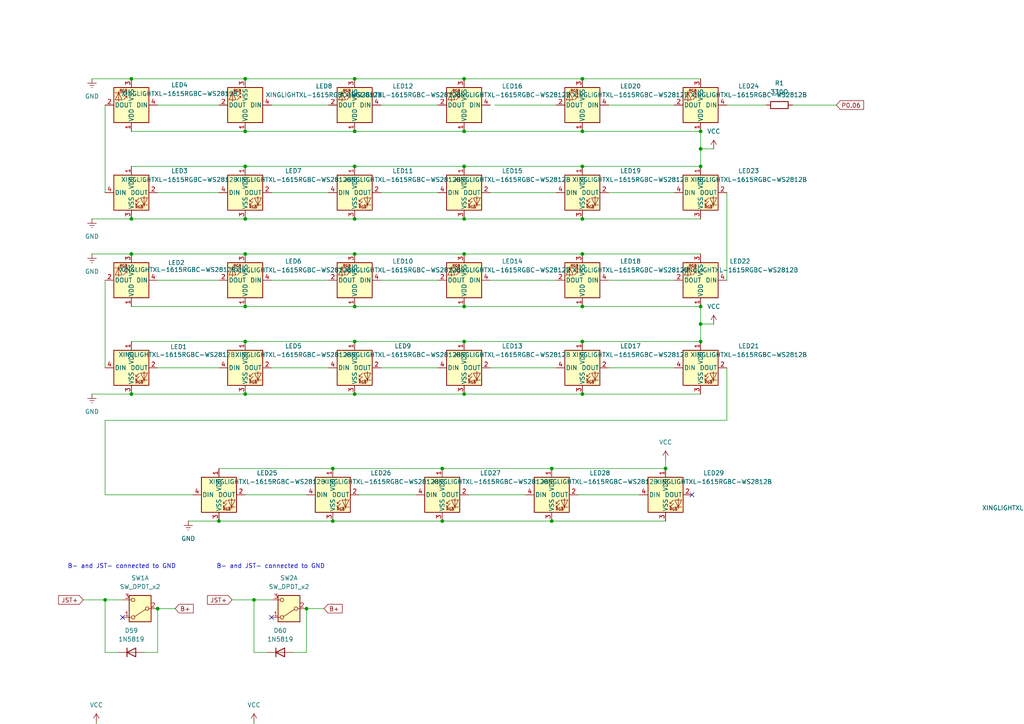
<source format=kicad_sch>
(kicad_sch (version 20231120) (generator "eeschema") (generator_version "8.0")
  (paper "A4")
  (junction (at 317.5 245.11))
  (junction (at 548.64 73.66))
  (junction (at 588.01 245.11))
  (junction (at 355.6 245.11))
  (junction (at 535.94 245.11))
  (junction (at 548.64 63.5))
  (junction (at 330.2 278.13))
  (junction (at 626.11 245.11))
  (junction (at 128.27 151.13))
  (junction (at 535.94 278.13))
  (junction (at 509.27 73.66))
  (junction (at 381 237.49))
  (junction (at 368.3 278.13))
  (junction (at 368.3 237.49))
  (junction (at 134.62 63.5))
  (junction (at 342.9 245.11))
  (junction (at 458.47 270.51))
  (junction (at 509.27 63.5))
  (junction (at 393.7 278.13))
  (junction (at 575.31 270.51))
  (junction (at 431.8 245.11))
  (junction (at 469.9 88.9))
  (junction (at 71.12 48.26))
  (junction (at 102.87 22.86))
  (junction (at 443.23 135.89))
  (junction (at 368.3 270.51))
  (junction (at 469.9 48.26))
  (junction (at 38.1 63.5))
  (junction (at 600.71 270.51))
  (junction (at 652.78 245.11))
  (junction (at 600.71 237.49))
  (junction (at 330.2 270.51))
  (junction (at 96.52 151.13))
  (junction (at 355.6 270.51))
  (junction (at 483.87 245.11))
  (junction (at 469.9 73.66))
  (junction (at 406.4 237.49))
  (junction (at 168.91 88.9))
  (junction (at 652.78 270.51))
  (junction (at 445.77 278.13))
  (junction (at 483.87 278.13))
  (junction (at 203.2 43.18))
  (junction (at 548.64 270.51))
  (junction (at 548.64 278.13))
  (junction (at 429.26 48.26))
  (junction (at 419.1 237.49))
  (junction (at 102.87 63.5))
  (junction (at 73.66 223.52))
  (junction (at 134.62 114.3))
  (junction (at 393.7 245.11))
  (junction (at 368.3 245.11))
  (junction (at 429.26 22.86))
  (junction (at 203.2 88.9))
  (junction (at 73.66 173.99))
  (junction (at 388.62 99.06))
  (junction (at 431.8 270.51))
  (junction (at 469.9 63.5))
  (junction (at 128.27 135.89))
  (junction (at 640.08 237.49))
  (junction (at 640.08 270.51))
  (junction (at 203.2 38.1))
  (junction (at 431.8 237.49))
  (junction (at 168.91 63.5))
  (junction (at 431.8 278.13))
  (junction (at 445.77 270.51))
  (junction (at 203.2 93.98))
  (junction (at 45.72 176.53))
  (junction (at 388.62 73.66))
  (junction (at 510.54 245.11))
  (junction (at 168.91 48.26))
  (junction (at 134.62 99.06))
  (junction (at 419.1 245.11))
  (junction (at 509.27 38.1))
  (junction (at 400.05 151.13))
  (junction (at 102.87 73.66))
  (junction (at 640.08 245.11))
  (junction (at 509.27 88.9))
  (junction (at 71.12 73.66))
  (junction (at 317.5 237.49))
  (junction (at 381 270.51))
  (junction (at 406.4 270.51))
  (junction (at 389.89 38.1))
  (junction (at 406.4 278.13))
  (junction (at 134.62 73.66))
  (junction (at 613.41 245.11))
  (junction (at 445.77 245.11))
  (junction (at 102.87 114.3))
  (junction (at 347.98 38.1))
  (junction (at 626.11 270.51))
  (junction (at 314.96 135.89))
  (junction (at 347.98 48.26))
  (junction (at 134.62 22.86))
  (junction (at 496.57 270.51))
  (junction (at 613.41 270.51))
  (junction (at 535.94 237.49))
  (junction (at 548.64 114.3))
  (junction (at 548.64 245.11))
  (junction (at 445.77 237.49))
  (junction (at 523.24 237.49))
  (junction (at 510.54 270.51))
  (junction (at 342.9 237.49))
  (junction (at 575.31 245.11))
  (junction (at 358.14 151.13))
  (junction (at 134.62 88.9))
  (junction (at 652.78 237.49))
  (junction (at 71.12 114.3))
  (junction (at 561.34 245.11))
  (junction (at 429.26 38.1))
  (junction (at 429.26 73.66))
  (junction (at 509.27 114.3))
  (junction (at 193.04 135.89))
  (junction (at 168.91 99.06))
  (junction (at 523.24 270.51))
  (junction (at 203.2 99.06))
  (junction (at 523.24 278.13))
  (junction (at 419.1 270.51))
  (junction (at 355.6 237.49))
  (junction (at 102.87 48.26))
  (junction (at 381 245.11))
  (junction (at 388.62 48.26))
  (junction (at 458.47 245.11))
  (junction (at 575.31 237.49))
  (junction (at 626.11 278.13))
  (junction (at 388.62 63.5))
  (junction (at 134.62 38.1))
  (junction (at 347.98 88.9))
  (junction (at 71.12 38.1))
  (junction (at 510.54 237.49))
  (junction (at 38.1 114.3))
  (junction (at 71.12 22.86))
  (junction (at 381 278.13))
  (junction (at 358.14 135.89))
  (junction (at 575.31 278.13))
  (junction (at 330.2 237.49))
  (junction (at 548.64 237.49))
  (junction (at 471.17 245.11))
  (junction (at 496.57 245.11))
  (junction (at 471.17 237.49))
  (junction (at 330.2 245.11))
  (junction (at 96.52 135.89))
  (junction (at 429.26 63.5))
  (junction (at 27.94 223.52))
  (junction (at 561.34 278.13))
  (junction (at 523.24 245.11))
  (junction (at 429.26 99.06))
  (junction (at 613.41 278.13))
  (junction (at 458.47 237.49))
  (junction (at 600.71 278.13))
  (junction (at 613.41 237.49))
  (junction (at 535.94 270.51))
  (junction (at 588.01 270.51))
  (junction (at 102.87 88.9))
  (junction (at 38.1 73.66))
  (junction (at 561.34 270.51))
  (junction (at 588.01 237.49))
  (junction (at 393.7 270.51))
  (junction (at 588.01 278.13))
  (junction (at 168.91 22.86))
  (junction (at 30.48 173.99))
  (junction (at 160.02 151.13))
  (junction (at 71.12 88.9))
  (junction (at 443.23 151.13))
  (junction (at 469.9 99.06))
  (junction (at 483.87 237.49))
  (junction (at 342.9 278.13))
  (junction (at 429.26 114.3))
  (junction (at 496.57 278.13))
  (junction (at 652.78 278.13))
  (junction (at 419.1 278.13))
  (junction (at 496.57 237.49))
  (junction (at 347.98 43.18))
  (junction (at 509.27 22.86))
  (junction (at 63.5 151.13))
  (junction (at 389.89 22.86))
  (junction (at 347.98 99.06))
  (junction (at 600.71 245.11))
  (junction (at 168.91 73.66))
  (junction (at 406.4 245.11))
  (junction (at 314.96 151.13))
  (junction (at 317.5 270.51))
  (junction (at 626.11 237.49))
  (junction (at 160.02 135.89))
  (junction (at 640.08 278.13))
  (junction (at 102.87 38.1))
  (junction (at 134.62 48.26))
  (junction (at 458.47 278.13))
  (junction (at 102.87 99.06))
  (junction (at 347.98 93.98))
  (junction (at 317.5 278.13))
  (junction (at 509.27 99.06))
  (junction (at 71.12 99.06))
  (junction (at 469.9 114.3))
  (junction (at 429.26 88.9))
  (junction (at 38.1 22.86))
  (junction (at 71.12 63.5))
  (junction (at 342.9 270.51))
  (junction (at 548.64 22.86))
  (junction (at 203.2 48.26))
  (junction (at 400.05 135.89))
  (junction (at 509.27 48.26))
  (junction (at 471.17 278.13))
  (junction (at 388.62 88.9))
  (junction (at 561.34 237.49))
  (junction (at 471.17 270.51))
  (junction (at 168.91 38.1))
  (junction (at 88.9 176.53))
  (junction (at 483.87 270.51))
  (junction (at 355.6 278.13))
  (junction (at 469.9 38.1))
  (junction (at 469.9 22.86))
  (junction (at 388.62 114.3))
  (junction (at 510.54 278.13))
  (junction (at 393.7 237.49))
  (junction (at 168.91 114.3))
  (no_connect (at 200.66 143.51))
  (no_connect (at 307.34 143.51))
  (no_connect (at 78.74 179.07))
  (no_connect (at 35.56 179.07))
  (wire (pts (xy 509.27 22.86) (xy 548.64 22.86)))
  (wire (pts (xy 207.01 43.18) (xy 203.2 43.18)))
  (wire (pts (xy 613.41 237.49) (xy 626.11 237.49)))
  (wire (pts (xy 143.51 30.48) (xy 161.29 30.48)))
  (wire (pts (xy 88.9 189.23) (xy 88.9 176.53)))
  (wire (pts (xy 365.76 143.51) (xy 392.43 143.51)))
  (wire (pts (xy 73.66 223.52) (xy 80.01 223.52)))
  (wire (pts (xy 203.2 38.1) (xy 203.2 43.18)))
  (wire (pts (xy 71.12 99.06) (xy 102.87 99.06)))
  (wire (pts (xy 355.6 81.28) (xy 381 81.28)))
  (wire (pts (xy 27.94 223.52) (xy 34.29 223.52)))
  (wire (pts (xy 429.26 114.3) (xy 469.9 114.3)))
  (wire (pts (xy 38.1 22.86) (xy 71.12 22.86)))
  (wire (pts (xy 167.64 143.51) (xy 185.42 143.51)))
  (wire (pts (xy 71.12 48.26) (xy 102.87 48.26)))
  (wire (pts (xy 102.87 38.1) (xy 134.62 38.1)))
  (wire (pts (xy 388.62 88.9) (xy 429.26 88.9)))
  (wire (pts (xy 203.2 93.98) (xy 203.2 99.06)))
  (wire (pts (xy 102.87 99.06) (xy 134.62 99.06)))
  (wire (pts (xy 368.3 245.11) (xy 381 245.11)))
  (wire (pts (xy 30.48 143.51) (xy 55.88 143.51)))
  (wire (pts (xy 142.24 55.88) (xy 161.29 55.88)))
  (wire (pts (xy 431.8 237.49) (xy 445.77 237.49)))
  (wire (pts (xy 509.27 114.3) (xy 548.64 114.3)))
  (wire (pts (xy 516.89 81.28) (xy 541.02 81.28)))
  (wire (pts (xy 419.1 270.51) (xy 431.8 270.51)))
  (wire (pts (xy 406.4 278.13) (xy 419.1 278.13)))
  (wire (pts (xy 176.53 106.68) (xy 195.58 106.68)))
  (wire (pts (xy 176.53 55.88) (xy 195.58 55.88)))
  (wire (pts (xy 516.89 55.88) (xy 541.02 55.88)))
  (wire (pts (xy 575.31 270.51) (xy 588.01 270.51)))
  (wire (pts (xy 168.91 63.5) (xy 203.2 63.5)))
  (wire (pts (xy 523.24 270.51) (xy 535.94 270.51)))
  (wire (pts (xy 575.31 237.49) (xy 588.01 237.49)))
  (wire (pts (xy 358.14 151.13) (xy 400.05 151.13)))
  (wire (pts (xy 168.91 114.3) (xy 203.2 114.3)))
  (wire (pts (xy 340.36 55.88) (xy 340.36 81.28)))
  (wire (pts (xy 67.31 173.99) (xy 73.66 173.99)))
  (wire (pts (xy 469.9 48.26) (xy 509.27 48.26)))
  (wire (pts (xy 110.49 81.28) (xy 127 81.28)))
  (wire (pts (xy 96.52 135.89) (xy 128.27 135.89)))
  (wire (pts (xy 381 237.49) (xy 393.7 237.49)))
  (wire (pts (xy 314.96 151.13) (xy 314.96 161.29)))
  (wire (pts (xy 45.72 106.68) (xy 63.5 106.68)))
  (wire (pts (xy 27.94 209.55) (xy 27.94 212.09)))
  (wire (pts (xy 483.87 278.13) (xy 496.57 278.13)))
  (wire (pts (xy 71.12 88.9) (xy 102.87 88.9)))
  (wire (pts (xy 436.88 30.48) (xy 462.28 30.48)))
  (wire (pts (xy 431.8 278.13) (xy 445.77 278.13)))
  (wire (pts (xy 368.3 237.49) (xy 381 237.49)))
  (wire (pts (xy 469.9 88.9) (xy 509.27 88.9)))
  (wire (pts (xy 102.87 63.5) (xy 134.62 63.5)))
  (wire (pts (xy 548.64 73.66) (xy 556.26 73.66)))
  (wire (pts (xy 548.64 22.86) (xy 556.26 22.86)))
  (wire (pts (xy 347.98 63.5) (xy 388.62 63.5)))
  (wire (pts (xy 458.47 278.13) (xy 471.17 278.13)))
  (wire (pts (xy 429.26 48.26) (xy 469.9 48.26)))
  (wire (pts (xy 77.47 189.23) (xy 73.66 189.23)))
  (wire (pts (xy 30.48 173.99) (xy 35.56 173.99)))
  (wire (pts (xy 483.87 245.11) (xy 496.57 245.11)))
  (wire (pts (xy 24.13 173.99) (xy 30.48 173.99)))
  (wire (pts (xy 389.89 38.1) (xy 429.26 38.1)))
  (wire (pts (xy 102.87 88.9) (xy 134.62 88.9)))
  (wire (pts (xy 38.1 88.9) (xy 71.12 88.9)))
  (wire (pts (xy 78.74 106.68) (xy 95.25 106.68)))
  (wire (pts (xy 102.87 73.66) (xy 134.62 73.66)))
  (wire (pts (xy 419.1 278.13) (xy 431.8 278.13)))
  (wire (pts (xy 556.26 106.68) (xy 561.34 106.68)))
  (wire (pts (xy 477.52 30.48) (xy 501.65 30.48)))
  (wire (pts (xy 30.48 121.92) (xy 30.48 143.51)))
  (wire (pts (xy 110.49 30.48) (xy 127 30.48)))
  (wire (pts (xy 381 270.51) (xy 393.7 270.51)))
  (wire (pts (xy 168.91 22.86) (xy 203.2 22.86)))
  (wire (pts (xy 523.24 245.11) (xy 535.94 245.11)))
  (wire (pts (xy 640.08 245.11) (xy 652.78 245.11)))
  (wire (pts (xy 34.29 189.23) (xy 30.48 189.23)))
  (wire (pts (xy 30.48 30.48) (xy 30.48 55.88)))
  (wire (pts (xy 347.98 73.66) (xy 388.62 73.66)))
  (wire (pts (xy 600.71 278.13) (xy 613.41 278.13)))
  (wire (pts (xy 317.5 278.13) (xy 330.2 278.13)))
  (wire (pts (xy 38.1 48.26) (xy 71.12 48.26)))
  (wire (pts (xy 160.02 151.13) (xy 193.04 151.13)))
  (wire (pts (xy 510.54 245.11) (xy 523.24 245.11)))
  (wire (pts (xy 347.98 22.86) (xy 389.89 22.86)))
  (wire (pts (xy 406.4 270.51) (xy 419.1 270.51)))
  (wire (pts (xy 429.26 22.86) (xy 469.9 22.86)))
  (wire (pts (xy 317.5 270.51) (xy 330.2 270.51)))
  (wire (pts (xy 96.52 151.13) (xy 128.27 151.13)))
  (wire (pts (xy 388.62 99.06) (xy 429.26 99.06)))
  (wire (pts (xy 355.6 278.13) (xy 368.3 278.13)))
  (wire (pts (xy 640.08 237.49) (xy 652.78 237.49)))
  (wire (pts (xy 406.4 245.11) (xy 419.1 245.11)))
  (wire (pts (xy 41.91 189.23) (xy 45.72 189.23)))
  (wire (pts (xy 406.4 237.49) (xy 419.1 237.49)))
  (wire (pts (xy 368.3 270.51) (xy 381 270.51)))
  (wire (pts (xy 26.67 22.86) (xy 38.1 22.86)))
  (wire (pts (xy 26.67 114.3) (xy 38.1 114.3)))
  (wire (pts (xy 388.62 48.26) (xy 429.26 48.26)))
  (wire (pts (xy 469.9 73.66) (xy 509.27 73.66)))
  (wire (pts (xy 168.91 99.06) (xy 203.2 99.06)))
  (wire (pts (xy 458.47 245.11) (xy 471.17 245.11)))
  (wire (pts (xy 45.72 30.48) (xy 63.5 30.48)))
  (wire (pts (xy 400.05 151.13) (xy 443.23 151.13)))
  (wire (pts (xy 317.5 245.11) (xy 330.2 245.11)))
  (wire (pts (xy 389.89 22.86) (xy 429.26 22.86)))
  (wire (pts (xy 355.6 55.88) (xy 381 55.88)))
  (wire (pts (xy 477.52 55.88) (xy 501.65 55.88)))
  (wire (pts (xy 134.62 88.9) (xy 168.91 88.9)))
  (wire (pts (xy 63.5 135.89) (xy 96.52 135.89)))
  (wire (pts (xy 548.64 237.49) (xy 561.34 237.49)))
  (wire (pts (xy 509.27 38.1) (xy 548.64 38.1)))
  (wire (pts (xy 535.94 278.13) (xy 548.64 278.13)))
  (wire (pts (xy 304.8 135.89) (xy 314.96 135.89)))
  (wire (pts (xy 419.1 245.11) (xy 431.8 245.11)))
  (wire (pts (xy 355.6 270.51) (xy 368.3 270.51)))
  (wire (pts (xy 510.54 237.49) (xy 523.24 237.49)))
  (wire (pts (xy 54.61 151.13) (xy 63.5 151.13)))
  (wire (pts (xy 429.26 73.66) (xy 469.9 73.66)))
  (wire (pts (xy 548.64 245.11) (xy 561.34 245.11)))
  (wire (pts (xy 45.72 55.88) (xy 63.5 55.88)))
  (wire (pts (xy 71.12 63.5) (xy 102.87 63.5)))
  (wire (pts (xy 317.5 233.68) (xy 317.5 237.49)))
  (wire (pts (xy 168.91 48.26) (xy 203.2 48.26)))
  (wire (pts (xy 561.34 245.11) (xy 575.31 245.11)))
  (wire (pts (xy 134.62 99.06) (xy 168.91 99.06)))
  (wire (pts (xy 314.96 151.13) (xy 358.14 151.13)))
  (wire (pts (xy 509.27 73.66) (xy 548.64 73.66)))
  (wire (pts (xy 326.39 30.48) (xy 340.36 30.48)))
  (wire (pts (xy 30.48 189.23) (xy 30.48 173.99)))
  (wire (pts (xy 429.26 88.9) (xy 469.9 88.9)))
  (wire (pts (xy 471.17 270.51) (xy 483.87 270.51)))
  (wire (pts (xy 548.64 114.3) (xy 556.26 114.3)))
  (wire (pts (xy 396.24 81.28) (xy 421.64 81.28)))
  (wire (pts (xy 397.51 30.48) (xy 421.64 30.48)))
  (wire (pts (xy 347.98 48.26) (xy 388.62 48.26)))
  (wire (pts (xy 128.27 151.13) (xy 160.02 151.13)))
  (wire (pts (xy 168.91 38.1) (xy 203.2 38.1)))
  (wire (pts (xy 458.47 270.51) (xy 471.17 270.51)))
  (wire (pts (xy 396.24 55.88) (xy 421.64 55.88)))
  (wire (pts (xy 73.66 189.23) (xy 73.66 173.99)))
  (wire (pts (xy 477.52 81.28) (xy 501.65 81.28)))
  (wire (pts (xy 104.14 143.51) (xy 120.65 143.51)))
  (wire (pts (xy 168.91 73.66) (xy 203.2 73.66)))
  (wire (pts (xy 407.67 143.51) (xy 435.61 143.51)))
  (wire (pts (xy 38.1 99.06) (xy 71.12 99.06)))
  (wire (pts (xy 176.53 81.28) (xy 195.58 81.28)))
  (wire (pts (xy 63.5 151.13) (xy 96.52 151.13)))
  (wire (pts (xy 445.77 245.11) (xy 458.47 245.11)))
  (wire (pts (xy 588.01 245.11) (xy 600.71 245.11)))
  (wire (pts (xy 561.34 237.49) (xy 575.31 237.49)))
  (wire (pts (xy 575.31 245.11) (xy 588.01 245.11)))
  (wire (pts (xy 30.48 106.68) (xy 30.48 81.28)))
  (wire (pts (xy 381 245.11) (xy 393.7 245.11)))
  (wire (pts (xy 443.23 151.13) (xy 485.14 151.13)))
  (wire (pts (xy 317.5 266.7) (xy 317.5 270.51)))
  (wire (pts (xy 110.49 106.68) (xy 127 106.68)))
  (wire (pts (xy 317.5 237.49) (xy 330.2 237.49)))
  (wire (pts (xy 556.26 30.48) (xy 556.26 55.88)))
  (wire (pts (xy 575.31 278.13) (xy 588.01 278.13)))
  (wire (pts (xy 73.66 173.99) (xy 78.74 173.99)))
  (wire (pts (xy 38.1 73.66) (xy 71.12 73.66)))
  (wire (pts (xy 85.09 189.23) (xy 88.9 189.23)))
  (wire (pts (xy 73.66 219.71) (xy 73.66 223.52)))
  (wire (pts (xy 347.98 99.06) (xy 388.62 99.06)))
  (wire (pts (xy 535.94 237.49) (xy 548.64 237.49)))
  (wire (pts (xy 429.26 63.5) (xy 469.9 63.5)))
  (wire (pts (xy 588.01 237.49) (xy 600.71 237.49)))
  (wire (pts (xy 322.58 143.51) (xy 350.52 143.51)))
  (wire (pts (xy 160.02 135.89) (xy 193.04 135.89)))
  (wire (pts (xy 203.2 93.98) (xy 207.01 93.98)))
  (wire (pts (xy 134.62 63.5) (xy 168.91 63.5)))
  (wire (pts (xy 78.74 81.28) (xy 95.25 81.28)))
  (wire (pts (xy 347.98 43.18) (xy 347.98 48.26)))
  (wire (pts (xy 535.94 245.11) (xy 548.64 245.11)))
  (wire (pts (xy 626.11 237.49) (xy 640.08 237.49)))
  (wire (pts (xy 128.27 135.89) (xy 160.02 135.89)))
  (wire (pts (xy 445.77 278.13) (xy 458.47 278.13)))
  (wire (pts (xy 317.5 278.13) (xy 317.5 281.94)))
  (wire (pts (xy 330.2 278.13) (xy 342.9 278.13)))
  (wire (pts (xy 626.11 245.11) (xy 640.08 245.11)))
  (wire (pts (xy 393.7 245.11) (xy 406.4 245.11)))
  (wire (pts (xy 613.41 270.51) (xy 626.11 270.51)))
  (wire (pts (xy 347.98 93.98) (xy 347.98 99.06)))
  (wire (pts (xy 496.57 245.11) (xy 510.54 245.11)))
  (wire (pts (xy 510.54 270.51) (xy 523.24 270.51)))
  (wire (pts (xy 38.1 38.1) (xy 71.12 38.1)))
  (wire (pts (xy 445.77 270.51) (xy 458.47 270.51)))
  (wire (pts (xy 88.9 176.53) (xy 93.98 176.53)))
  (wire (pts (xy 210.82 55.88) (xy 210.82 81.28)))
  (wire (pts (xy 516.89 30.48) (xy 541.02 30.48)))
  (wire (pts (xy 102.87 22.86) (xy 134.62 22.86)))
  (wire (pts (xy 38.1 114.3) (xy 71.12 114.3)))
  (wire (pts (xy 588.01 278.13) (xy 600.71 278.13)))
  (wire (pts (xy 73.66 209.55) (xy 73.66 212.09)))
  (wire (pts (xy 110.49 55.88) (xy 127 55.88)))
  (wire (pts (xy 203.2 88.9) (xy 203.2 93.98)))
  (wire (pts (xy 652.78 278.13) (xy 665.48 278.13)))
  (wire (pts (xy 142.24 81.28) (xy 161.29 81.28)))
  (wire (pts (xy 509.27 99.06) (xy 548.64 99.06)))
  (wire (pts (xy 388.62 63.5) (xy 429.26 63.5)))
  (wire (pts (xy 640.08 278.13) (xy 652.78 278.13)))
  (wire (pts (xy 496.57 278.13) (xy 510.54 278.13)))
  (wire (pts (xy 509.27 48.26) (xy 548.64 48.26)))
  (wire (pts (xy 388.62 73.66) (xy 429.26 73.66)))
  (wire (pts (xy 388.62 114.3) (xy 429.26 114.3)))
  (wire (pts (xy 471.17 237.49) (xy 483.87 237.49)))
  (wire (pts (xy 342.9 278.13) (xy 355.6 278.13)))
  (wire (pts (xy 652.78 270.51) (xy 665.48 270.51)))
  (wire (pts (xy 652.78 245.11) (xy 665.48 245.11)))
  (wire (pts (xy 509.27 63.5) (xy 548.64 63.5)))
  (wire (pts (xy 471.17 278.13) (xy 483.87 278.13)))
  (wire (pts (xy 613.41 245.11) (xy 626.11 245.11)))
  (wire (pts (xy 134.62 73.66) (xy 168.91 73.66)))
  (wire (pts (xy 368.3 278.13) (xy 381 278.13)))
  (wire (pts (xy 102.87 48.26) (xy 134.62 48.26)))
  (wire (pts (xy 510.54 278.13) (xy 523.24 278.13)))
  (wire (pts (xy 342.9 270.51) (xy 355.6 270.51)))
  (wire (pts (xy 78.74 55.88) (xy 95.25 55.88)))
  (wire (pts (xy 355.6 30.48) (xy 382.27 30.48)))
  (wire (pts (xy 469.9 22.86) (xy 509.27 22.86)))
  (wire (pts (xy 561.34 106.68) (xy 561.34 143.51)))
  (wire (pts (xy 210.82 121.92) (xy 30.48 121.92)))
  (wire (pts (xy 381 278.13) (xy 393.7 278.13)))
  (wire (pts (xy 347.98 93.98) (xy 330.2 93.98)))
  (wire (pts (xy 355.6 237.49) (xy 368.3 237.49)))
  (wire (pts (xy 561.34 270.51) (xy 575.31 270.51)))
  (wire (pts (xy 347.98 38.1) (xy 347.98 43.18)))
  (wire (pts (xy 134.62 22.86) (xy 168.91 22.86)))
  (wire (pts (xy 135.89 143.51) (xy 152.4 143.51)))
  (wire (pts (xy 45.72 81.28) (xy 63.5 81.28)))
  (wire (pts (xy 436.88 81.28) (xy 462.28 81.28)))
  (wire (pts (xy 600.71 245.11) (xy 613.41 245.11)))
  (wire (pts (xy 419.1 237.49) (xy 431.8 237.49)))
  (wire (pts (xy 600.71 270.51) (xy 613.41 270.51)))
  (wire (pts (xy 38.1 63.5) (xy 71.12 63.5)))
  (wire (pts (xy 431.8 245.11) (xy 445.77 245.11)))
  (wire (pts (xy 330.2 270.51) (xy 342.9 270.51)))
  (wire (pts (xy 330.2 245.11) (xy 342.9 245.11)))
  (wire (pts (xy 304.8 161.29) (xy 314.96 161.29)))
  (wire (pts (xy 330.2 43.18) (xy 347.98 43.18)))
  (wire (pts (xy 561.34 143.51) (xy 492.76 143.51)))
  (wire (pts (xy 626.11 278.13) (xy 640.08 278.13)))
  (wire (pts (xy 347.98 114.3) (xy 388.62 114.3)))
  (wire (pts (xy 469.9 99.06) (xy 509.27 99.06)))
  (wire (pts (xy 393.7 270.51) (xy 406.4 270.51)))
  (wire (pts (xy 429.26 38.1) (xy 469.9 38.1)))
  (wire (pts (xy 483.87 237.49) (xy 496.57 237.49)))
  (wire (pts (xy 469.9 63.5) (xy 509.27 63.5)))
  (wire (pts (xy 168.91 88.9) (xy 203.2 88.9)))
  (wire (pts (xy 431.8 270.51) (xy 445.77 270.51)))
  (wire (pts (xy 210.82 30.48) (xy 222.25 30.48)))
  (wire (pts (xy 613.41 278.13) (xy 626.11 278.13)))
  (wire (pts (xy 548.64 63.5) (xy 556.26 63.5)))
  (wire (pts (xy 73.66 223.52) (xy 67.31 223.52)))
  (wire (pts (xy 71.12 38.1) (xy 102.87 38.1)))
  (wire (pts (xy 450.85 143.51) (xy 477.52 143.51)))
  (wire (pts (xy 548.64 278.13) (xy 561.34 278.13)))
  (wire (pts (xy 71.12 22.86) (xy 102.87 22.86)))
  (wire (pts (xy 317.5 245.11) (xy 317.5 248.92)))
  (wire (pts (xy 229.87 30.48) (xy 242.57 30.48)))
  (wire (pts (xy 44.45 223.52) (xy 48.26 223.52)))
  (wire (pts (xy 393.7 237.49) (xy 406.4 237.49)))
  (wire (pts (xy 71.12 143.51) (xy 88.9 143.51)))
  (wire (pts (xy 203.2 43.18) (xy 203.2 48.26)))
  (wire (pts (xy 134.62 114.3) (xy 168.91 114.3)))
  (wire (pts (xy 193.04 133.35) (xy 193.04 135.89)))
  (wire (pts (xy 626.11 270.51) (xy 640.08 270.51)))
  (wire (pts (xy 314.96 135.89) (xy 358.14 135.89)))
  (wire (pts (xy 600.71 237.49) (xy 613.41 237.49)))
  (wire (pts (xy 27.94 219.71) (xy 27.94 223.52)))
  (wire (pts (xy 355.6 245.11) (xy 368.3 245.11)))
  (wire (pts (xy 27.94 223.52) (xy 21.59 223.52)))
  (wire (pts (xy 561.34 278.13) (xy 575.31 278.13)))
  (wire (pts (xy 469.9 38.1) (xy 509.27 38.1)))
  (wire (pts (xy 26.67 73.66) (xy 38.1 73.66)))
  (wire (pts (xy 134.62 48.26) (xy 168.91 48.26)))
  (wire (pts (xy 342.9 245.11) (xy 355.6 245.11)))
  (wire (pts (xy 588.01 270.51) (xy 600.71 270.51)))
  (wire (pts (xy 469.9 114.3) (xy 509.27 114.3)))
  (wire (pts (xy 358.14 135.89) (xy 400.05 135.89)))
  (wire (pts (xy 445.77 237.49) (xy 458.47 237.49)))
  (wire (pts (xy 347.98 88.9) (xy 388.62 88.9)))
  (wire (pts (xy 640.08 270.51) (xy 652.78 270.51)))
  (wire (pts (xy 342.9 237.49) (xy 355.6 237.49)))
  (wire (pts (xy 429.26 99.06) (xy 469.9 99.06)))
  (wire (pts (xy 78.74 30.48) (xy 95.25 30.48)))
  (wire (pts (xy 309.88 30.48) (xy 318.77 30.48)))
  (wire (pts (xy 393.7 278.13) (xy 406.4 278.13)))
  (wire (pts (xy 134.62 38.1) (xy 168.91 38.1)))
  (wire (pts (xy 443.23 135.89) (xy 485.14 135.89)))
  (wire (pts (xy 458.47 237.49) (xy 471.17 237.49)))
  (wire (pts (xy 400.05 135.89) (xy 443.23 135.89)))
  (wire (pts (xy 176.53 30.48) (xy 195.58 30.48)))
  (wire (pts (xy 471.17 245.11) (xy 483.87 245.11)))
  (wire (pts (xy 45.72 176.53) (xy 50.8 176.53)))
  (wire (pts (xy 523.24 237.49) (xy 535.94 237.49)))
  (wire (pts (xy 347.98 38.1) (xy 389.89 38.1)))
  (wire (pts (xy 71.12 73.66) (xy 102.87 73.66)))
  (wire (pts (xy 496.57 237.49) (xy 510.54 237.49)))
  (wire (pts (xy 509.27 88.9) (xy 548.64 88.9)))
  (wire (pts (xy 102.87 114.3) (xy 134.62 114.3)))
  (wire (pts (xy 548.64 270.51) (xy 561.34 270.51)))
  (wire (pts (xy 90.17 223.52) (xy 93.98 223.52)))
  (wire (pts (xy 330.2 237.49) (xy 342.9 237.49)))
  (wire (pts (xy 496.57 270.51) (xy 510.54 270.51)))
  (wire (pts (xy 210.82 106.68) (xy 210.82 121.92)))
  (wire (pts (xy 652.78 237.49) (xy 665.48 237.49)))
  (wire (pts (xy 142.24 106.68) (xy 161.29 106.68)))
  (wire (pts (xy 523.24 278.13) (xy 535.94 278.13)))
  (wire (pts (xy 436.88 55.88) (xy 462.28 55.88)))
  (wire (pts (xy 535.94 270.51) (xy 548.64 270.51)))
  (wire (pts (xy 347.98 88.9) (xy 347.98 93.98)))
  (wire (pts (xy 71.12 114.3) (xy 102.87 114.3)))
  (wire (pts (xy 483.87 270.51) (xy 496.57 270.51)))
  (wire (pts (xy 26.67 63.5) (xy 38.1 63.5)))
  (wire (pts (xy 45.72 189.23) (xy 45.72 176.53)))
  (text "B- and JST- connected to GND " (at 78.994 164.338 0) (effects (font (size 1.27 1.27))))
  (text "B- and JST- connected to GND " (at 35.814 164.338 0) (effects (font (size 1.27 1.27))))
  (global_label "JST+" (shape input) (at 24.13 173.99 180) (property "Intersheetrefs" "${INTERSHEET_REFS}" (effects (hide yes))))
  (global_label "RST" (shape input) (at 21.59 223.52 180) (property "Intersheetrefs" "${INTERSHEET_REFS}" (effects (hide yes))))
  (global_label "P0.06" (shape input) (at 242.57 30.48 0) (property "Intersheetrefs" "${INTERSHEET_REFS}" (effects (hide yes))))
  (global_label "B+" (shape input) (at 93.98 176.53 0) (property "Intersheetrefs" "${INTERSHEET_REFS}" (effects (hide yes))))
  (global_label "JST+" (shape input) (at 67.31 173.99 180) (property "Intersheetrefs" "${INTERSHEET_REFS}" (effects (hide yes))))
  (global_label "P0.06" (shape input) (at 309.88 30.48 180) (property "Intersheetrefs" "${INTERSHEET_REFS}" (effects (hide yes))))
  (global_label "B+" (shape input) (at 50.8 176.53 0) (property "Intersheetrefs" "${INTERSHEET_REFS}" (effects (hide yes))))
  (global_label "RST" (shape input) (at 67.31 223.52 180) (property "Intersheetrefs" "${INTERSHEET_REFS}" (effects (hide yes))))
  (symbol (lib_id "Switch:SW_DPDT_x2") (at 40.64 176.53 180) (unit 1)
    (property "Reference" "SW1" (at 40.64 167.64 0))
    (property "Value" "SW_DPDT_x2" (at 40.64 170.18 0))
    (property "Description" "Switch, dual pole double throw, separate symbols" (effects (hide yes)))
  )
  (symbol (lib_id "Device:C") (at 381 274.32 0) (unit 1)
    (property "Reference" "C34" (at 384.81 273.0499 0) (effects (justify left)))
    (property "Value" "100nF" (at 384.81 275.5899 0) (effects (justify left)))
    (property "Description" "Unpolarized capacitor" (effects (hide yes)))
  )
  (symbol (lib_id "LED:WS2812B") (at 388.62 55.88 180) (unit 1)
    (property "Reference" "LED48" (at 374.904 61.976 0))
    (property "Value" "XINGLIGHTXL-1615RGBC-WS2812B" (at 375.412 59.69 0))
    (property "Footprint" "LED_SMD:XINGLIGHT XL-1615RGBC-WS2812B" (effects (hide yes)))
    (property "Datasheet" "https://cdn-shop.adafruit.com/datasheets/WS2812B.pdf" (effects (hide yes)))
    (property "Description" "RGB LED with integrated controller" (effects (hide yes)))
  )
  (symbol (lib_id "power:GNDREF") (at 317.5 281.94 0) (unit 1)
    (property "Reference" "#PWR014" (effects (hide yes)))
    (property "Value" "GND" (at 317.5 287.02 0))
    (property "Description" "Power symbol creates a global label with name \"GNDREF\" , reference supply ground" (effects (hide yes)))
  )
  (symbol (lib_id "power:VCC") (at 556.26 114.3 0) (unit 1)
    (property "Reference" "#PWR022" (effects (hide yes)))
    (property "Value" "VCC" (at 556.26 109.22 0))
    (property "Description" "Power symbol creates a global label with name \"VCC\"" (effects (hide yes)))
  )
  (symbol (lib_id "LED:WS2812B") (at 38.1 30.48 180) (unit 1)
    (property "Reference" "LED4" (at 52.07 24.638 0))
    (property "Value" "XINGLIGHTXL-1615RGBC-WS2812B" (at 52.07 27.178 0))
    (property "Footprint" "LED_SMD:XINGLIGHT XL-1615RGBC-WS2812B" (effects (hide yes)))
    (property "Datasheet" "https://cdn-shop.adafruit.com/datasheets/WS2812B.pdf" (effects (hide yes)))
    (property "Description" "RGB LED with integrated controller" (effects (hide yes)))
  )
  (symbol (lib_id "Device:C") (at 588.01 241.3 0) (unit 1)
    (property "Reference" "C22" (at 591.82 240.0299 0) (effects (justify left)))
    (property "Value" "100nF" (at 591.82 242.5699 0) (effects (justify left)))
    (property "Description" "Unpolarized capacitor" (effects (hide yes)))
  )
  (symbol (lib_id "LED:WS2812B") (at 203.2 55.88 0) (unit 1)
    (property "Reference" "LED23" (at 217.17 49.5614 0))
    (property "Value" "XINGLIGHTXL-1615RGBC-WS2812B" (at 217.17 52.1014 0))
    (property "Footprint" "LED_SMD:XINGLIGHT XL-1615RGBC-WS2812B" (effects (hide yes)))
    (property "Datasheet" "https://cdn-shop.adafruit.com/datasheets/WS2812B.pdf" (effects (hide yes)))
    (property "Description" "RGB LED with integrated controller" (effects (hide yes)))
  )
  (symbol (lib_id "Device:C") (at 575.31 241.3 0) (unit 1)
    (property "Reference" "C21" (at 579.12 240.0299 0) (effects (justify left)))
    (property "Value" "100nF" (at 579.12 242.5699 0) (effects (justify left)))
    (property "Description" "Unpolarized capacitor" (effects (hide yes)))
  )
  (symbol (lib_id "Switch:SW_Push") (at 85.09 223.52 0) (unit 1)
    (property "Reference" "SW4" (at 85.09 215.9 0))
    (property "Value" "SW_Push" (at 85.09 218.44 0))
    (property "Description" "Push button switch, generic, two pins" (effects (hide yes)))
  )
  (symbol (lib_id "power:GNDREF") (at 26.67 73.66 0) (unit 1)
    (property "Reference" "#PWR03" (effects (hide yes)))
    (property "Value" "GND" (at 26.67 78.74 0))
    (property "Description" "Power symbol creates a global label with name \"GNDREF\" , reference supply ground" (effects (hide yes)))
  )
  (symbol (lib_id "Device:C") (at 626.11 241.3 0) (unit 1)
    (property "Reference" "C25" (at 629.92 240.0299 0) (effects (justify left)))
    (property "Value" "100nF" (at 629.92 242.5699 0) (effects (justify left)))
    (property "Description" "Unpolarized capacitor" (effects (hide yes)))
  )
  (symbol (lib_id "Device:C") (at 535.94 241.3 0) (unit 1)
    (property "Reference" "C18" (at 539.75 240.0299 0) (effects (justify left)))
    (property "Value" "100nF" (at 539.75 242.5699 0) (effects (justify left)))
    (property "Description" "Unpolarized capacitor" (effects (hide yes)))
  )
  (symbol (lib_id "Device:C") (at 317.5 274.32 0) (unit 1)
    (property "Reference" "C29" (at 321.31 273.0499 0) (effects (justify left)))
    (property "Value" "100nF" (at 321.31 275.5899 0) (effects (justify left)))
    (property "Description" "Unpolarized capacitor" (effects (hide yes)))
  )
  (symbol (lib_id "LED:WS2812B") (at 168.91 106.68 0) (unit 1)
    (property "Reference" "LED17" (at 182.88 100.3614 0))
    (property "Value" "XINGLIGHTXL-1615RGBC-WS2812B" (at 182.88 102.9014 0))
    (property "Footprint" "LED_SMD:XINGLIGHT XL-1615RGBC-WS2812B" (effects (hide yes)))
    (property "Datasheet" "https://cdn-shop.adafruit.com/datasheets/WS2812B.pdf" (effects (hide yes)))
    (property "Description" "RGB LED with integrated controller" (effects (hide yes)))
  )
  (symbol (lib_id "power:GNDREF") (at 93.98 223.52 0) (unit 1)
    (property "Reference" "#PWR016" (effects (hide yes)))
    (property "Value" "GND" (at 93.98 228.6 0))
    (property "Description" "Power symbol creates a global label with name \"GNDREF\" , reference supply ground" (effects (hide yes)))
  )
  (symbol (lib_id "Device:C") (at 355.6 274.32 0) (unit 1)
    (property "Reference" "C32" (at 359.41 273.0499 0) (effects (justify left)))
    (property "Value" "100nF" (at 359.41 275.5899 0) (effects (justify left)))
    (property "Description" "Unpolarized capacitor" (effects (hide yes)))
  )
  (symbol (lib_id "Device:R") (at 322.58 30.48 90) (unit 1)
    (property "Reference" "R2" (at 322.58 24.13 90))
    (property "Value" "330Ω" (at 322.58 26.67 90))
    (property "Footprint" "Resistor_SMD:R_0402_1005Metric" (effects (hide yes)))
    (property "Description" "Resistor" (effects (hide yes)))
  )
  (symbol (lib_id "power:VCC") (at 27.94 209.55 0) (unit 1)
    (property "Reference" "#PWR011" (effects (hide yes)))
    (property "Value" "VCC" (at 27.94 204.47 0))
    (property "Description" "Power symbol creates a global label with name \"VCC\"" (effects (hide yes)))
  )
  (symbol (lib_id "LED:WS2812B") (at 203.2 106.68 0) (unit 1)
    (property "Reference" "LED21" (at 217.17 100.3614 0))
    (property "Value" "XINGLIGHTXL-1615RGBC-WS2812B" (at 217.17 102.9014 0))
    (property "Footprint" "LED_SMD:XINGLIGHT XL-1615RGBC-WS2812B" (effects (hide yes)))
    (property "Datasheet" "https://cdn-shop.adafruit.com/datasheets/WS2812B.pdf" (effects (hide yes)))
    (property "Description" "RGB LED with integrated controller" (effects (hide yes)))
  )
  (symbol (lib_id "Device:R") (at 226.06 30.48 90) (unit 1)
    (property "Reference" "R1" (at 226.06 24.13 90))
    (property "Value" "330Ω" (at 226.06 26.67 90))
    (property "Footprint" "Resistor_SMD:R_0402_1005Metric" (effects (hide yes)))
    (property "Description" "Resistor" (effects (hide yes)))
  )
  (symbol (lib_id "LED:WS2812B") (at 469.9 55.88 180) (unit 1)
    (property "Reference" "LED40" (at 456.184 61.976 0))
    (property "Value" "XINGLIGHTXL-1615RGBC-WS2812B" (at 456.692 59.69 0))
    (property "Footprint" "LED_SMD:XINGLIGHT XL-1615RGBC-WS2812B" (effects (hide yes)))
    (property "Datasheet" "https://cdn-shop.adafruit.com/datasheets/WS2812B.pdf" (effects (hide yes)))
    (property "Description" "RGB LED with integrated controller" (effects (hide yes)))
  )
  (symbol (lib_id "power:VCC") (at 556.26 73.66 0) (unit 1)
    (property "Reference" "#PWR021" (effects (hide yes)))
    (property "Value" "VCC" (at 556.26 68.58 0))
    (property "Description" "Power symbol creates a global label with name \"VCC\"" (effects (hide yes)))
  )
  (symbol (lib_id "LED:WS2812B") (at 509.27 30.48 0) (unit 1)
    (property "Reference" "LED37" (at 522.986 24.384 0))
    (property "Value" "XINGLIGHTXL-1615RGBC-WS2812B" (at 522.478 26.67 0))
    (property "Footprint" "LED_SMD:XINGLIGHT XL-1615RGBC-WS2812B" (effects (hide yes)))
    (property "Datasheet" "https://cdn-shop.adafruit.com/datasheets/WS2812B.pdf" (effects (hide yes)))
    (property "Description" "RGB LED with integrated controller" (effects (hide yes)))
  )
  (symbol (lib_id "LED:WS2812B") (at 548.64 30.48 0) (unit 1)
    (property "Reference" "LED33" (at 562.356 24.384 0))
    (property "Value" "XINGLIGHTXL-1615RGBC-WS2812B" (at 561.848 26.67 0))
    (property "Footprint" "LED_SMD:XINGLIGHT XL-1615RGBC-WS2812B" (effects (hide yes)))
    (property "Datasheet" "https://cdn-shop.adafruit.com/datasheets/WS2812B.pdf" (effects (hide yes)))
    (property "Description" "RGB LED with integrated controller" (effects (hide yes)))
  )
  (symbol (lib_id "power:GNDREF") (at 26.67 63.5 0) (unit 1)
    (property "Reference" "#PWR02" (effects (hide yes)))
    (property "Value" "GND" (at 26.67 68.58 0))
    (property "Description" "Power symbol creates a global label with name \"GNDREF\" , reference supply ground" (effects (hide yes)))
  )
  (symbol (lib_id "LED:WS2812B") (at 469.9 106.68 180) (unit 1)
    (property "Reference" "LED38" (at 456.184 112.776 0))
    (property "Value" "XINGLIGHTXL-1615RGBC-WS2812B" (at 456.692 110.49 0))
    (property "Footprint" "LED_SMD:XINGLIGHT XL-1615RGBC-WS2812B" (effects (hide yes)))
    (property "Datasheet" "https://cdn-shop.adafruit.com/datasheets/WS2812B.pdf" (effects (hide yes)))
    (property "Description" "RGB LED with integrated controller" (effects (hide yes)))
  )
  (symbol (lib_id "Device:C") (at 483.87 241.3 0) (unit 1)
    (property "Reference" "C14" (at 487.68 240.0299 0) (effects (justify left)))
    (property "Value" "100nF" (at 487.68 242.5699 0) (effects (justify left)))
    (property "Description" "Unpolarized capacitor" (effects (hide yes)))
  )
  (symbol (lib_id "power:GNDREF") (at 304.8 135.89 0) (unit 1)
    (property "Reference" "#PWR023" (effects (hide yes)))
    (property "Value" "GND" (at 304.8 140.97 0))
    (property "Description" "Power symbol creates a global label with name \"GNDREF\" , reference supply ground" (effects (hide yes)))
  )
  (symbol (lib_id "Device:C") (at 665.48 274.32 0) (unit 1)
    (property "Reference" "C56" (at 669.29 273.0499 0) (effects (justify left)))
    (property "Value" "100nF" (at 669.29 275.5899 0) (effects (justify left)))
    (property "Description" "Unpolarized capacitor" (effects (hide yes)))
  )
  (symbol (lib_id "LED:WS2812B") (at 71.12 106.68 0) (unit 1)
    (property "Reference" "LED5" (at 85.09 100.3614 0))
    (property "Value" "XINGLIGHTXL-1615RGBC-WS2812B" (at 85.09 102.9014 0))
    (property "Footprint" "LED_SMD:XINGLIGHT XL-1615RGBC-WS2812B" (effects (hide yes)))
    (property "Datasheet" "https://cdn-shop.adafruit.com/datasheets/WS2812B.pdf" (effects (hide yes)))
    (property "Description" "RGB LED with integrated controller" (effects (hide yes)))
  )
  (symbol (lib_id "Device:C") (at 600.71 274.32 0) (unit 1)
    (property "Reference" "C51" (at 604.52 273.0499 0) (effects (justify left)))
    (property "Value" "100nF" (at 604.52 275.5899 0) (effects (justify left)))
    (property "Description" "Unpolarized capacitor" (effects (hide yes)))
  )
  (symbol (lib_id "Device:C") (at 510.54 274.32 0) (unit 1)
    (property "Reference" "C44" (at 514.35 273.0499 0) (effects (justify left)))
    (property "Value" "100nF" (at 514.35 275.5899 0) (effects (justify left)))
    (property "Description" "Unpolarized capacitor" (effects (hide yes)))
  )
  (symbol (lib_id "Device:C") (at 393.7 274.32 0) (unit 1)
    (property "Reference" "C35" (at 397.51 273.0499 0) (effects (justify left)))
    (property "Value" "100nF" (at 397.51 275.5899 0) (effects (justify left)))
    (property "Description" "Unpolarized capacitor" (effects (hide yes)))
  )
  (symbol (lib_id "LED:WS2812B") (at 71.12 30.48 180) (unit 1)
    (property "Reference" "LED8" (at 93.98 24.9838 0))
    (property "Value" "XINGLIGHTXL-1615RGBC-WS2812B" (at 93.98 27.5238 0))
    (property "Footprint" "LED_SMD:XINGLIGHT XL-1615RGBC-WS2812B" (effects (hide yes)))
    (property "Datasheet" "https://cdn-shop.adafruit.com/datasheets/WS2812B.pdf" (effects (hide yes)))
    (property "Description" "RGB LED with integrated controller" (effects (hide yes)))
  )
  (symbol (lib_id "LED:WS2812B") (at 469.9 30.48 0) (unit 1)
    (property "Reference" "LED41" (at 483.616 24.384 0))
    (property "Value" "XINGLIGHTXL-1615RGBC-WS2812B" (at 483.108 26.67 0))
    (property "Footprint" "LED_SMD:XINGLIGHT XL-1615RGBC-WS2812B" (effects (hide yes)))
    (property "Datasheet" "https://cdn-shop.adafruit.com/datasheets/WS2812B.pdf" (effects (hide yes)))
    (property "Description" "RGB LED with integrated controller" (effects (hide yes)))
  )
  (symbol (lib_id "Device:C") (at 471.17 241.3 0) (unit 1)
    (property "Reference" "C13" (at 474.98 240.0299 0) (effects (justify left)))
    (property "Value" "100nF" (at 474.98 242.5699 0) (effects (justify left)))
    (property "Description" "Unpolarized capacitor" (effects (hide yes)))
  )
  (symbol (lib_id "power:GNDREF") (at 48.26 223.52 0) (unit 1)
    (property "Reference" "#PWR012" (effects (hide yes)))
    (property "Value" "GND" (at 48.26 228.6 0))
    (property "Description" "Power symbol creates a global label with name \"GNDREF\" , reference supply ground" (effects (hide yes)))
  )
  (symbol (lib_id "LED:WS2812B") (at 548.64 106.68 180) (unit 1)
    (property "Reference" "LED30" (at 534.924 112.776 0))
    (property "Value" "XINGLIGHTXL-1615RGBC-WS2812B" (at 535.432 110.49 0))
    (property "Footprint" "LED_SMD:XINGLIGHT XL-1615RGBC-WS2812B" (effects (hide yes)))
    (property "Datasheet" "https://cdn-shop.adafruit.com/datasheets/WS2812B.pdf" (effects (hide yes)))
    (property "Description" "RGB LED with integrated controller" (effects (hide yes)))
  )
  (symbol (lib_id "Device:C") (at 406.4 241.3 0) (unit 1)
    (property "Reference" "C8" (at 410.21 240.0299 0) (effects (justify left)))
    (property "Value" "100nF" (at 410.21 242.5699 0) (effects (justify left)))
    (property "Description" "Unpolarized capacitor" (effects (hide yes)))
  )
  (symbol (lib_id "Device:C") (at 381 241.3 0) (unit 1)
    (property "Reference" "C6" (at 384.81 240.0299 0) (effects (justify left)))
    (property "Value" "100nF" (at 384.81 242.5699 0) (effects (justify left)))
    (property "Description" "Unpolarized capacitor" (effects (hide yes)))
  )
  (symbol (lib_id "Device:C") (at 640.08 241.3 0) (unit 1)
    (property "Reference" "C26" (at 643.89 240.0299 0) (effects (justify left)))
    (property "Value" "100nF" (at 643.89 242.5699 0) (effects (justify left)))
    (property "Description" "Unpolarized capacitor" (effects (hide yes)))
  )
  (symbol (lib_id "Device:C") (at 368.3 274.32 0) (unit 1)
    (property "Reference" "C33" (at 372.11 273.0499 0) (effects (justify left)))
    (property "Value" "100nF" (at 372.11 275.5899 0) (effects (justify left)))
    (property "Description" "Unpolarized capacitor" (effects (hide yes)))
  )
  (symbol (lib_id "power:VCC") (at 207.01 93.98 0) (unit 1)
    (property "Reference" "#PWR08" (effects (hide yes)))
    (property "Value" "VCC" (at 207.01 88.9 0))
    (property "Description" "Power symbol creates a global label with name \"VCC\"" (effects (hide yes)))
  )
  (symbol (lib_id "Device:C") (at 445.77 274.32 0) (unit 1)
    (property "Reference" "C39" (at 449.58 273.0499 0) (effects (justify left)))
    (property "Value" "100nF" (at 449.58 275.5899 0) (effects (justify left)))
    (property "Description" "Unpolarized capacitor" (effects (hide yes)))
  )
  (symbol (lib_id "LED:WS2812B") (at 347.98 55.88 180) (unit 1)
    (property "Reference" "LED52" (at 334.264 61.976 0))
    (property "Value" "XINGLIGHTXL-1615RGBC-WS2812B" (at 334.772 59.69 0))
    (property "Footprint" "LED_SMD:XINGLIGHT XL-1615RGBC-WS2812B" (effects (hide yes)))
    (property "Datasheet" "https://cdn-shop.adafruit.com/datasheets/WS2812B.pdf" (effects (hide yes)))
    (property "Description" "RGB LED with integrated controller" (effects (hide yes)))
  )
  (symbol (lib_id "Device:C") (at 342.9 274.32 0) (unit 1)
    (property "Reference" "C31" (at 346.71 273.0499 0) (effects (justify left)))
    (property "Value" "100nF" (at 346.71 275.5899 0) (effects (justify left)))
    (property "Description" "Unpolarized capacitor" (effects (hide yes)))
  )
  (symbol (lib_id "Device:C") (at 458.47 274.32 0) (unit 1)
    (property "Reference" "C40" (at 462.28 273.0499 0) (effects (justify left)))
    (property "Value" "100nF" (at 462.28 275.5899 0) (effects (justify left)))
    (property "Description" "Unpolarized capacitor" (effects (hide yes)))
  )
  (symbol (lib_id "LED:WS2812B") (at 134.62 55.88 0) (unit 1)
    (property "Reference" "LED15" (at 148.59 49.5614 0))
    (property "Value" "XINGLIGHTXL-1615RGBC-WS2812B" (at 148.59 52.1014 0))
    (property "Footprint" "LED_SMD:XINGLIGHT XL-1615RGBC-WS2812B" (effects (hide yes)))
    (property "Datasheet" "https://cdn-shop.adafruit.com/datasheets/WS2812B.pdf" (effects (hide yes)))
    (property "Description" "RGB LED with integrated controller" (effects (hide yes)))
  )
  (symbol (lib_id "power:GNDREF") (at 26.67 22.86 0) (unit 1)
    (property "Reference" "#PWR01" (effects (hide yes)))
    (property "Value" "GND" (at 26.67 27.94 0))
    (property "Description" "Power symbol creates a global label with name \"GNDREF\" , reference supply ground" (effects (hide yes)))
  )
  (symbol (lib_id "LED:WS2812B") (at 203.2 81.28 180) (unit 1)
    (property "Reference" "LED22" (at 214.63 75.7838 0))
    (property "Value" "XINGLIGHTXL-1615RGBC-WS2812B" (at 214.63 78.3238 0))
    (property "Footprint" "LED_SMD:XINGLIGHT XL-1615RGBC-WS2812B" (effects (hide yes)))
    (property "Datasheet" "https://cdn-shop.adafruit.com/datasheets/WS2812B.pdf" (effects (hide yes)))
    (property "Description" "RGB LED with integrated controller" (effects (hide yes)))
  )
  (symbol (lib_id "LED:WS2812B") (at 96.52 143.51 0) (unit 1)
    (property "Reference" "LED26" (at 110.49 137.1914 0))
    (property "Value" "XINGLIGHTXL-1615RGBC-WS2812B" (at 110.49 139.7314 0))
    (property "Footprint" "LED_SMD:XINGLIGHT XL-1615RGBC-WS2812B" (effects (hide yes)))
    (property "Datasheet" "https://cdn-shop.adafruit.com/datasheets/WS2812B.pdf" (effects (hide yes)))
    (property "Description" "RGB LED with integrated controller" (effects (hide yes)))
  )
  (symbol (lib_id "LED:WS2812B") (at 134.62 81.28 180) (unit 1)
    (property "Reference" "LED14" (at 148.59 75.7838 0))
    (property "Value" "XINGLIGHTXL-1615RGBC-WS2812B" (at 148.59 78.3238 0))
    (property "Footprint" "LED_SMD:XINGLIGHT XL-1615RGBC-WS2812B" (effects (hide yes)))
    (property "Datasheet" "https://cdn-shop.adafruit.com/datasheets/WS2812B.pdf" (effects (hide yes)))
    (property "Description" "RGB LED with integrated controller" (effects (hide yes)))
  )
  (symbol (lib_id "LED:WS2812B") (at 388.62 106.68 180) (unit 1)
    (property "Reference" "LED46" (at 374.904 112.776 0))
    (property "Value" "XINGLIGHTXL-1615RGBC-WS2812B" (at 375.412 110.49 0))
    (property "Footprint" "LED_SMD:XINGLIGHT XL-1615RGBC-WS2812B" (effects (hide yes)))
    (property "Datasheet" "https://cdn-shop.adafruit.com/datasheets/WS2812B.pdf" (effects (hide yes)))
    (property "Description" "RGB LED with integrated controller" (effects (hide yes)))
  )
  (symbol (lib_id "LED:WS2812B") (at 314.96 143.51 180) (unit 1)
    (property "Reference" "LED58" (at 301.244 149.606 0))
    (property "Value" "XINGLIGHTXL-1615RGBC-WS2812B" (at 301.752 147.32 0))
    (property "Footprint" "LED_SMD:XINGLIGHT XL-1615RGBC-WS2812B" (effects (hide yes)))
    (property "Datasheet" "https://cdn-shop.adafruit.com/datasheets/WS2812B.pdf" (effects (hide yes)))
    (property "Description" "RGB LED with integrated controller" (effects (hide yes)))
  )
  (symbol (lib_id "Device:C") (at 471.17 274.32 0) (unit 1)
    (property "Reference" "C41" (at 474.98 273.0499 0) (effects (justify left)))
    (property "Value" "100nF" (at 474.98 275.5899 0) (effects (justify left)))
    (property "Description" "Unpolarized capacitor" (effects (hide yes)))
  )
  (symbol (lib_id "LED:WS2812B") (at 429.26 81.28 0) (unit 1)
    (property "Reference" "LED43" (at 442.976 75.184 0))
    (property "Value" "XINGLIGHTXL-1615RGBC-WS2812B" (at 442.468 77.47 0))
    (property "Footprint" "LED_SMD:XINGLIGHT XL-1615RGBC-WS2812B" (effects (hide yes)))
    (property "Datasheet" "https://cdn-shop.adafruit.com/datasheets/WS2812B.pdf" (effects (hide yes)))
    (property "Description" "RGB LED with integrated controller" (effects (hide yes)))
  )
  (symbol (lib_id "Device:C") (at 496.57 274.32 0) (unit 1)
    (property "Reference" "C43" (at 500.38 273.0499 0) (effects (justify left)))
    (property "Value" "100nF" (at 500.38 275.5899 0) (effects (justify left)))
    (property "Description" "Unpolarized capacitor" (effects (hide yes)))
  )
  (symbol (lib_id "power:VCC") (at 317.5 266.7 0) (unit 1)
    (property "Reference" "#PWR013" (effects (hide yes)))
    (property "Value" "VCC" (at 317.5 261.62 0))
    (property "Description" "Power symbol creates a global label with name \"VCC\"" (effects (hide yes)))
  )
  (symbol (lib_id "LED:WS2812B") (at 71.12 55.88 0) (unit 1)
    (property "Reference" "LED7" (at 85.09 49.5614 0))
    (property "Value" "XINGLIGHTXL-1615RGBC-WS2812B" (at 85.09 52.1014 0))
    (property "Footprint" "LED_SMD:XINGLIGHT XL-1615RGBC-WS2812B" (effects (hide yes)))
    (property "Datasheet" "https://cdn-shop.adafruit.com/datasheets/WS2812B.pdf" (effects (hide yes)))
    (property "Description" "RGB LED with integrated controller" (effects (hide yes)))
  )
  (symbol (lib_id "LED:WS2812B") (at 509.27 55.88 180) (unit 1)
    (property "Reference" "LED36" (at 495.554 61.976 0))
    (property "Value" "XINGLIGHTXL-1615RGBC-WS2812B" (at 496.062 59.69 0))
    (property "Footprint" "LED_SMD:XINGLIGHT XL-1615RGBC-WS2812B" (effects (hide yes)))
    (property "Datasheet" "https://cdn-shop.adafruit.com/datasheets/WS2812B.pdf" (effects (hide yes)))
    (property "Description" "RGB LED with integrated controller" (effects (hide yes)))
  )
  (symbol (lib_id "LED:WS2812B") (at 509.27 81.28 0) (unit 1)
    (property "Reference" "LED35" (at 522.986 75.184 0))
    (property "Value" "XINGLIGHTXL-1615RGBC-WS2812B" (at 522.478 77.47 0))
    (property "Footprint" "LED_SMD:XINGLIGHT XL-1615RGBC-WS2812B" (effects (hide yes)))
    (property "Datasheet" "https://cdn-shop.adafruit.com/datasheets/WS2812B.pdf" (effects (hide yes)))
    (property "Description" "RGB LED with integrated controller" (effects (hide yes)))
  )
  (symbol (lib_id "Device:C") (at 523.24 241.3 0) (unit 1)
    (property "Reference" "C17" (at 527.05 240.0299 0) (effects (justify left)))
    (property "Value" "100nF" (at 527.05 242.5699 0) (effects (justify left)))
    (property "Description" "Unpolarized capacitor" (effects (hide yes)))
  )
  (symbol (lib_id "power:VCC") (at 556.26 22.86 0) (unit 1)
    (property "Reference" "#PWR019" (effects (hide yes)))
    (property "Value" "VCC" (at 556.26 17.78 0))
    (property "Description" "Power symbol creates a global label with name \"VCC\"" (effects (hide yes)))
  )
  (symbol (lib_id "LED:WS2812B") (at 102.87 81.28 180) (unit 1)
    (property "Reference" "LED10" (at 116.84 75.7838 0))
    (property "Value" "XINGLIGHTXL-1615RGBC-WS2812B" (at 116.84 78.3238 0))
    (property "Footprint" "LED_SMD:XINGLIGHT XL-1615RGBC-WS2812B" (effects (hide yes)))
    (property "Datasheet" "https://cdn-shop.adafruit.com/datasheets/WS2812B.pdf" (effects (hide yes)))
    (property "Description" "RGB LED with integrated controller" (effects (hide yes)))
  )
  (symbol (lib_id "LED:WS2812B") (at 102.87 55.88 0) (unit 1)
    (property "Reference" "LED11" (at 116.84 49.5614 0))
    (property "Value" "XINGLIGHTXL-1615RGBC-WS2812B" (at 116.84 52.1014 0))
    (property "Footprint" "LED_SMD:XINGLIGHT XL-1615RGBC-WS2812B" (effects (hide yes)))
    (property "Datasheet" "https://cdn-shop.adafruit.com/datasheets/WS2812B.pdf" (effects (hide yes)))
    (property "Description" "RGB LED with integrated controller" (effects (hide yes)))
  )
  (symbol (lib_id "LED:WS2812B") (at 128.27 143.51 0) (unit 1)
    (property "Reference" "LED27" (at 142.24 137.1914 0))
    (property "Value" "XINGLIGHTXL-1615RGBC-WS2812B" (at 142.24 139.7314 0))
    (property "Footprint" "LED_SMD:XINGLIGHT XL-1615RGBC-WS2812B" (effects (hide yes)))
    (property "Datasheet" "https://cdn-shop.adafruit.com/datasheets/WS2812B.pdf" (effects (hide yes)))
    (property "Description" "RGB LED with integrated controller" (effects (hide yes)))
  )
  (symbol (lib_id "power:GNDREF") (at 330.2 43.18 0) (unit 1)
    (property "Reference" "#PWR017" (effects (hide yes)))
    (property "Value" "GND" (at 330.2 48.26 0))
    (property "Description" "Power symbol creates a global label with name \"GNDREF\" , reference supply ground" (effects (hide yes)))
  )
  (symbol (lib_id "LED:WS2812B") (at 134.62 30.48 180) (unit 1)
    (property "Reference" "LED16" (at 148.59 24.9838 0))
    (property "Value" "XINGLIGHTXL-1615RGBC-WS2812B" (at 148.59 27.5238 0))
    (property "Footprint" "LED_SMD:XINGLIGHT XL-1615RGBC-WS2812B" (effects (hide yes)))
    (property "Datasheet" "https://cdn-shop.adafruit.com/datasheets/WS2812B.pdf" (effects (hide yes)))
    (property "Description" "RGB LED with integrated controller" (effects (hide yes)))
  )
  (symbol (lib_id "Device:R") (at 73.66 215.9 180) (unit 1)
    (property "Reference" "R4" (at 76.2 214.6299 0) (effects (justify right)))
    (property "Value" "10kΩ" (at 76.2 217.1699 0) (effects (justify right)))
    (property "Description" "Resistor" (effects (hide yes)))
  )
  (symbol (lib_id "Device:C") (at 368.3 241.3 0) (unit 1)
    (property "Reference" "C5" (at 372.11 240.0299 0) (effects (justify left)))
    (property "Value" "100nF" (at 372.11 242.5699 0) (effects (justify left)))
    (property "Description" "Unpolarized capacitor" (effects (hide yes)))
  )
  (symbol (lib_id "Device:C") (at 665.48 241.3 0) (unit 1)
    (property "Reference" "C28" (at 669.29 240.0299 0) (effects (justify left)))
    (property "Value" "100nF" (at 669.29 242.5699 0) (effects (justify left)))
    (property "Description" "Unpolarized capacitor" (effects (hide yes)))
  )
  (symbol (lib_id "LED:WS2812B") (at 203.2 30.48 180) (unit 1)
    (property "Reference" "LED24" (at 217.17 24.9838 0))
    (property "Value" "XINGLIGHTXL-1615RGBC-WS2812B" (at 217.17 27.5238 0))
    (property "Footprint" "LED_SMD:XINGLIGHT XL-1615RGBC-WS2812B" (effects (hide yes)))
    (property "Datasheet" "https://cdn-shop.adafruit.com/datasheets/WS2812B.pdf" (effects (hide yes)))
    (property "Description" "RGB LED with integrated controller" (effects (hide yes)))
  )
  (symbol (lib_id "LED:WS2812B") (at 168.91 81.28 180) (unit 1)
    (property "Reference" "LED18" (at 182.88 75.7838 0))
    (property "Value" "XINGLIGHTXL-1615RGBC-WS2812B" (at 182.88 78.3238 0))
    (property "Footprint" "LED_SMD:XINGLIGHT XL-1615RGBC-WS2812B" (effects (hide yes)))
    (property "Datasheet" "https://cdn-shop.adafruit.com/datasheets/WS2812B.pdf" (effects (hide yes)))
    (property "Description" "RGB LED with integrated controller" (effects (hide yes)))
  )
  (symbol (lib_id "Device:C") (at 406.4 274.32 0) (unit 1)
    (property "Reference" "C36" (at 410.21 273.0499 0) (effects (justify left)))
    (property "Value" "100nF" (at 410.21 275.5899 0) (effects (justify left)))
    (property "Description" "Unpolarized capacitor" (effects (hide yes)))
  )
  (symbol (lib_id "LED:WS2812B") (at 548.64 81.28 0) (unit 1)
    (property "Reference" "LED31" (at 562.356 75.184 0))
    (property "Value" "XINGLIGHTXL-1615RGBC-WS2812B" (at 561.848 77.47 0))
    (property "Footprint" "LED_SMD:XINGLIGHT XL-1615RGBC-WS2812B" (effects (hide yes)))
    (property "Datasheet" "https://cdn-shop.adafruit.com/datasheets/WS2812B.pdf" (effects (hide yes)))
    (property "Description" "RGB LED with integrated controller" (effects (hide yes)))
  )
  (symbol (lib_id "Device:C") (at 330.2 274.32 0) (unit 1)
    (property "Reference" "C30" (at 334.01 273.0499 0) (effects (justify left)))
    (property "Value" "100nF" (at 334.01 275.5899 0) (effects (justify left)))
    (property "Description" "Unpolarized capacitor" (effects (hide yes)))
  )
  (symbol (lib_id "LED:WS2812B") (at 443.23 143.51 180) (unit 1)
    (property "Reference" "LED55" (at 429.514 149.606 0))
    (property "Value" "XINGLIGHTXL-1615RGBC-WS2812B" (at 430.022 147.32 0))
    (property "Footprint" "LED_SMD:XINGLIGHT XL-1615RGBC-WS2812B" (effects (hide yes)))
    (property "Datasheet" "https://cdn-shop.adafruit.com/datasheets/WS2812B.pdf" (effects (hide yes)))
    (property "Description" "RGB LED with integrated controller" (effects (hide yes)))
  )
  (symbol (lib_id "Device:D") (at 38.1 189.23 0) (unit 1)
    (property "Reference" "D59" (at 38.1 182.88 0))
    (property "Value" "1N5819" (at 38.1 185.42 0))
    (property "Description" "Diode" (effects (hide yes)))
    (property "Sim.Device" "D" (effects (hide yes)))
    (property "Sim.Pins" "1=K 2=A" (effects (hide yes)))
  )
  (symbol (lib_id "Device:C") (at 640.08 274.32 0) (unit 1)
    (property "Reference" "C54" (at 643.89 273.0499 0) (effects (justify left)))
    (property "Value" "100nF" (at 643.89 275.5899 0) (effects (justify left)))
    (property "Description" "Unpolarized capacitor" (effects (hide yes)))
  )
  (symbol (lib_id "Device:C") (at 652.78 241.3 0) (unit 1)
    (property "Reference" "C27" (at 656.59 240.0299 0) (effects (justify left)))
    (property "Value" "100nF" (at 656.59 242.5699 0) (effects (justify left)))
    (property "Description" "Unpolarized capacitor" (effects (hide yes)))
  )
  (symbol (lib_id "power:VCC") (at 304.8 161.29 0) (unit 1)
    (property "Reference" "#PWR024" (effects (hide yes)))
    (property "Value" "VCC" (at 304.8 156.21 0))
    (property "Description" "Power symbol creates a global label with name \"VCC\"" (effects (hide yes)))
  )
  (symbol (lib_id "power:VCC") (at 207.01 43.18 0) (unit 1)
    (property "Reference" "#PWR06" (effects (hide yes)))
    (property "Value" "VCC" (at 207.01 38.1 0))
    (property "Description" "Power symbol creates a global label with name \"VCC\"" (effects (hide yes)))
  )
  (symbol (lib_id "Switch:SW_DPDT_x2") (at 83.82 176.53 180) (unit 1)
    (property "Reference" "SW2" (at 83.82 167.64 0))
    (property "Value" "SW_DPDT_x2" (at 83.82 170.18 0))
    (property "Description" "Switch, dual pole double throw, separate symbols" (effects (hide yes)))
  )
  (symbol (lib_id "LED:WS2812B") (at 347.98 81.28 0) (unit 1)
    (property "Reference" "LED51" (at 361.696 75.184 0))
    (property "Value" "XINGLIGHTXL-1615RGBC-WS2812B" (at 361.188 77.47 0))
    (property "Footprint" "LED_SMD:XINGLIGHT XL-1615RGBC-WS2812B" (effects (hide yes)))
    (property "Datasheet" "https://cdn-shop.adafruit.com/datasheets/WS2812B.pdf" (effects (hide yes)))
    (property "Description" "RGB LED with integrated controller" (effects (hide yes)))
  )
  (symbol (lib_id "Device:C") (at 483.87 274.32 0) (unit 1)
    (property "Reference" "C42" (at 487.68 273.0499 0) (effects (justify left)))
    (property "Value" "100nF" (at 487.68 275.5899 0) (effects (justify left)))
    (property "Description" "Unpolarized capacitor" (effects (hide yes)))
  )
  (symbol (lib_id "Device:C") (at 393.7 241.3 0) (unit 1)
    (property "Reference" "C7" (at 397.51 240.0299 0) (effects (justify left)))
    (property "Value" "100nF" (at 397.51 242.5699 0) (effects (justify left)))
    (property "Description" "Unpolarized capacitor" (effects (hide yes)))
  )
  (symbol (lib_id "Device:C") (at 431.8 241.3 0) (unit 1)
    (property "Reference" "C10" (at 435.61 240.0299 0) (effects (justify left)))
    (property "Value" "100nF" (at 435.61 242.5699 0) (effects (justify left)))
    (property "Description" "Unpolarized capacitor" (effects (hide yes)))
  )
  (symbol (lib_id "LED:WS2812B") (at 71.12 81.28 180) (unit 1)
    (property "Reference" "LED6" (at 85.09 75.7838 0))
    (property "Value" "XINGLIGHTXL-1615RGBC-WS2812B" (at 85.09 78.3238 0))
    (property "Footprint" "LED_SMD:XINGLIGHT XL-1615RGBC-WS2812B" (effects (hide yes)))
    (property "Datasheet" "https://cdn-shop.adafruit.com/datasheets/WS2812B.pdf" (effects (hide yes)))
    (property "Description" "RGB LED with integrated controller" (effects (hide yes)))
  )
  (symbol (lib_id "Device:C") (at 317.5 241.3 0) (unit 1)
    (property "Reference" "C1" (at 321.31 240.0299 0) (effects (justify left)))
    (property "Value" "100nF" (at 321.31 242.5699 0) (effects (justify left)))
    (property "Description" "Unpolarized capacitor" (effects (hide yes)))
  )
  (symbol (lib_id "LED:WS2812B") (at 347.98 30.48 0) (unit 1)
    (property "Reference" "LED53" (at 361.696 24.384 0))
    (property "Value" "XINGLIGHTXL-1615RGBC-WS2812B" (at 361.188 26.67 0))
    (property "Footprint" "LED_SMD:XINGLIGHT XL-1615RGBC-WS2812B" (effects (hide yes)))
    (property "Datasheet" "https://cdn-shop.adafruit.com/datasheets/WS2812B.pdf" (effects (hide yes)))
    (property "Description" "RGB LED with integrated controller" (effects (hide yes)))
  )
  (symbol (lib_id "LED:WS2812B") (at 388.62 81.28 0) (unit 1)
    (property "Reference" "LED47" (at 402.336 75.184 0))
    (property "Value" "XINGLIGHTXL-1615RGBC-WS2812B" (at 401.828 77.47 0))
    (property "Footprint" "LED_SMD:XINGLIGHT XL-1615RGBC-WS2812B" (effects (hide yes)))
    (property "Datasheet" "https://cdn-shop.adafruit.com/datasheets/WS2812B.pdf" (effects (hide yes)))
    (property "Description" "RGB LED with integrated controller" (effects (hide yes)))
  )
  (symbol (lib_id "Switch:SW_Push") (at 39.37 223.52 0) (unit 1)
    (property "Reference" "SW3" (at 39.37 215.9 0))
    (property "Value" "SW_Push" (at 39.37 218.44 0))
    (property "Description" "Push button switch, generic, two pins" (effects (hide yes)))
  )
  (symbol (lib_id "LED:WS2812B") (at 469.9 81.28 0) (unit 1)
    (property "Reference" "LED39" (at 483.616 75.184 0))
    (property "Value" "XINGLIGHTXL-1615RGBC-WS2812B" (at 483.108 77.47 0))
    (property "Footprint" "LED_SMD:XINGLIGHT XL-1615RGBC-WS2812B" (effects (hide yes)))
    (property "Datasheet" "https://cdn-shop.adafruit.com/datasheets/WS2812B.pdf" (effects (hide yes)))
    (property "Description" "RGB LED with integrated controller" (effects (hide yes)))
  )
  (symbol (lib_id "LED:WS2812B") (at 429.26 30.48 0) (unit 1)
    (property "Reference" "LED45" (at 442.976 24.384 0))
    (property "Value" "XINGLIGHTXL-1615RGBC-WS2812B" (at 442.468 26.67 0))
    (property "Footprint" "LED_SMD:XINGLIGHT XL-1615RGBC-WS2812B" (effects (hide yes)))
    (property "Datasheet" "https://cdn-shop.adafruit.com/datasheets/WS2812B.pdf" (effects (hide yes)))
    (property "Description" "RGB LED with integrated controller" (effects (hide yes)))
  )
  (symbol (lib_id "Device:C") (at 445.77 241.3 0) (unit 1)
    (property "Reference" "C11" (at 449.58 240.0299 0) (effects (justify left)))
    (property "Value" "100nF" (at 449.58 242.5699 0) (effects (justify left)))
    (property "Description" "Unpolarized capacitor" (effects (hide yes)))
  )
  (symbol (lib_id "power:VCC") (at 193.04 133.35 0) (unit 1)
    (property "Reference" "#PWR07" (effects (hide yes)))
    (property "Value" "VCC" (at 193.04 128.27 0))
    (property "Description" "Power symbol creates a global label with name \"VCC\"" (effects (hide yes)))
  )
  (symbol (lib_id "LED:WS2812B") (at 400.05 143.51 180) (unit 1)
    (property "Reference" "LED56" (at 386.334 149.606 0))
    (property "Value" "XINGLIGHTXL-1615RGBC-WS2812B" (at 386.842 147.32 0))
    (property "Footprint" "LED_SMD:XINGLIGHT XL-1615RGBC-WS2812B" (effects (hide yes)))
    (property "Datasheet" "https://cdn-shop.adafruit.com/datasheets/WS2812B.pdf" (effects (hide yes)))
    (property "Description" "RGB LED with integrated controller" (effects (hide yes)))
  )
  (symbol (lib_id "Device:R") (at 27.94 215.9 180) (unit 1)
    (property "Reference" "R3" (at 30.48 214.6299 0) (effects (justify right)))
    (property "Value" "10kΩ" (at 30.48 217.1699 0) (effects (justify right)))
    (property "Description" "Resistor" (effects (hide yes)))
  )
  (symbol (lib_id "LED:WS2812B") (at 168.91 30.48 180) (unit 1)
    (property "Reference" "LED20" (at 182.88 24.9838 0))
    (property "Value" "XINGLIGHTXL-1615RGBC-WS2812B" (at 182.88 27.5238 0))
    (property "Footprint" "LED_SMD:XINGLIGHT XL-1615RGBC-WS2812B" (effects (hide yes)))
    (property "Datasheet" "https://cdn-shop.adafruit.com/datasheets/WS2812B.pdf" (effects (hide yes)))
    (property "Description" "RGB LED with integrated controller" (effects (hide yes)))
  )
  (symbol (lib_id "LED:WS2812B") (at 134.62 106.68 0) (unit 1)
    (property "Reference" "LED13" (at 148.59 100.3614 0))
    (property "Value" "XINGLIGHTXL-1615RGBC-WS2812B" (at 148.59 102.9014 0))
    (property "Footprint" "LED_SMD:XINGLIGHT XL-1615RGBC-WS2812B" (effects (hide yes)))
    (property "Datasheet" "https://cdn-shop.adafruit.com/datasheets/WS2812B.pdf" (effects (hide yes)))
    (property "Description" "RGB LED with integrated controller" (effects (hide yes)))
  )
  (symbol (lib_id "power:GNDREF") (at 54.61 151.13 0) (unit 1)
    (property "Reference" "#PWR05" (effects (hide yes)))
    (property "Value" "GND" (at 54.61 156.21 0))
    (property "Description" "Power symbol creates a global label with name \"GNDREF\" , reference supply ground" (effects (hide yes)))
  )
  (symbol (lib_id "Device:D") (at 81.28 189.23 0) (unit 1)
    (property "Reference" "D60" (at 81.28 182.88 0))
    (property "Value" "1N5819" (at 81.28 185.42 0))
    (property "Description" "Diode" (effects (hide yes)))
    (property "Sim.Device" "D" (effects (hide yes)))
    (property "Sim.Pins" "1=K 2=A" (effects (hide yes)))
  )
  (symbol (lib_id "power:GNDREF") (at 317.5 248.92 0) (unit 1)
    (property "Reference" "#PWR010" (effects (hide yes)))
    (property "Value" "GND" (at 317.5 254 0))
    (property "Description" "Power symbol creates a global label with name \"GNDREF\" , reference supply ground" (effects (hide yes)))
  )
  (symbol (lib_id "Device:C") (at 535.94 274.32 0) (unit 1)
    (property "Reference" "C46" (at 539.75 273.0499 0) (effects (justify left)))
    (property "Value" "100nF" (at 539.75 275.5899 0) (effects (justify left)))
    (property "Description" "Unpolarized capacitor" (effects (hide yes)))
  )
  (symbol (lib_id "LED:WS2812B") (at 38.1 81.28 180) (unit 1)
    (property "Reference" "LED2" (at 51.1458 76.2 0))
    (property "Value" "XINGLIGHTXL-1615RGBC-WS2812B" (at 51.562 78.232 0))
    (property "Footprint" "LED_SMD:XINGLIGHT XL-1615RGBC-WS2812B" (effects (hide yes)))
    (property "Datasheet" "https://cdn-shop.adafruit.com/datasheets/WS2812B.pdf" (effects (hide yes)))
    (property "Description" "RGB LED with integrated controller" (effects (hide yes)))
  )
  (symbol (lib_id "Device:C") (at 588.01 274.32 0) (unit 1)
    (property "Reference" "C50" (at 591.82 273.0499 0) (effects (justify left)))
    (property "Value" "100nF" (at 591.82 275.5899 0) (effects (justify left)))
    (property "Description" "Unpolarized capacitor" (effects (hide yes)))
  )
  (symbol (lib_id "LED:WS2812B") (at 429.26 55.88 180) (unit 1)
    (property "Reference" "LED44" (at 415.544 61.976 0))
    (property "Value" "XINGLIGHTXL-1615RGBC-WS2812B" (at 416.052 59.69 0))
    (property "Footprint" "LED_SMD:XINGLIGHT XL-1615RGBC-WS2812B" (effects (hide yes)))
    (property "Datasheet" "https://cdn-shop.adafruit.com/datasheets/WS2812B.pdf" (effects (hide yes)))
    (property "Description" "RGB LED with integrated controller" (effects (hide yes)))
  )
  (symbol (lib_id "LED:WS2812B") (at 38.1 55.88 0) (unit 1)
    (property "Reference" "LED3" (at 52.07 49.5614 0))
    (property "Value" "XINGLIGHTXL-1615RGBC-WS2812B" (at 52.07 52.1014 0))
    (property "Footprint" "LED_SMD:XINGLIGHT XL-1615RGBC-WS2812B" (effects (hide yes)))
    (property "Datasheet" "https://cdn-shop.adafruit.com/datasheets/WS2812B.pdf" (effects (hide yes)))
    (property "Description" "RGB LED with integrated controller" (effects (hide yes)))
  )
  (symbol (lib_id "Device:C") (at 510.54 241.3 0) (unit 1)
    (property "Reference" "C16" (at 514.35 240.0299 0) (effects (justify left)))
    (property "Value" "100nF" (at 514.35 242.5699 0) (effects (justify left)))
    (property "Description" "Unpolarized capacitor" (effects (hide yes)))
  )
  (symbol (lib_id "power:VCC") (at 317.5 233.68 0) (unit 1)
    (property "Reference" "#PWR09" (effects (hide yes)))
    (property "Value" "VCC" (at 317.5 228.6 0))
    (property "Description" "Power symbol creates a global label with name \"VCC\"" (effects (hide yes)))
  )
  (symbol (lib_id "LED:WS2812B") (at 548.64 55.88 180) (unit 1)
    (property "Reference" "LED32" (at 534.924 61.976 0))
    (property "Value" "XINGLIGHTXL-1615RGBC-WS2812B" (at 535.432 59.69 0))
    (property "Footprint" "LED_SMD:XINGLIGHT XL-1615RGBC-WS2812B" (effects (hide yes)))
    (property "Datasheet" "https://cdn-shop.adafruit.com/datasheets/WS2812B.pdf" (effects (hide yes)))
    (property "Description" "RGB LED with integrated controller" (effects (hide yes)))
  )
  (symbol (lib_id "power:VCC") (at 73.66 209.55 0) (unit 1)
    (property "Reference" "#PWR015" (effects (hide yes)))
    (property "Value" "VCC" (at 73.66 204.47 0))
    (property "Description" "Power symbol creates a global label with name \"VCC\"" (effects (hide yes)))
  )
  (symbol (lib_id "Device:C") (at 548.64 274.32 0) (unit 1)
    (property "Reference" "C47" (at 552.45 273.0499 0) (effects (justify left)))
    (property "Value" "100nF" (at 552.45 275.5899 0) (effects (justify left)))
    (property "Description" "Unpolarized capacitor" (effects (hide yes)))
  )
  (symbol (lib_id "Device:C") (at 548.64 241.3 0) (unit 1)
    (property "Reference" "C19" (at 552.45 240.0299 0) (effects (justify left)))
    (property "Value" "100nF" (at 552.45 242.5699 0) (effects (justify left)))
    (property "Description" "Unpolarized capacitor" (effects (hide yes)))
  )
  (symbol (lib_id "Device:C") (at 496.57 241.3 0) (unit 1)
    (property "Reference" "C15" (at 500.38 240.0299 0) (effects (justify left)))
    (property "Value" "100nF" (at 500.38 242.5699 0) (effects (justify left)))
    (property "Description" "Unpolarized capacitor" (effects (hide yes)))
  )
  (symbol (lib_id "Device:C") (at 600.71 241.3 0) (unit 1)
    (property "Reference" "C23" (at 604.52 240.0299 0) (effects (justify left)))
    (property "Value" "100nF" (at 604.52 242.5699 0) (effects (justify left)))
    (property "Description" "Unpolarized capacitor" (effects (hide yes)))
  )
  (symbol (lib_id "Device:C") (at 419.1 241.3 0) (unit 1)
    (property "Reference" "C9" (at 422.91 240.0299 0) (effects (justify left)))
    (property "Value" "100nF" (at 422.91 242.5699 0) (effects (justify left)))
    (property "Description" "Unpolarized capacitor" (effects (hide yes)))
  )
  (symbol (lib_id "power:VCC") (at 556.26 63.5 0) (unit 1)
    (property "Reference" "#PWR020" (effects (hide yes)))
    (property "Value" "VCC" (at 556.26 58.42 0))
    (property "Description" "Power symbol creates a global label with name \"VCC\"" (effects (hide yes)))
  )
  (symbol (lib_id "power:GNDREF") (at 26.67 114.3 0) (unit 1)
    (property "Reference" "#PWR04" (effects (hide yes)))
    (property "Value" "GND" (at 26.67 119.38 0))
    (property "Description" "Power symbol creates a global label with name \"GNDREF\" , reference supply ground" (effects (hide yes)))
  )
  (symbol (lib_id "Device:C") (at 613.41 241.3 0) (unit 1)
    (property "Reference" "C24" (at 617.22 240.0299 0) (effects (justify left)))
    (property "Value" "100nF" (at 617.22 242.5699 0) (effects (justify left)))
    (property "Description" "Unpolarized capacitor" (effects (hide yes)))
  )
  (symbol (lib_id "LED:WS2812B") (at 160.02 143.51 0) (unit 1)
    (property "Reference" "LED28" (at 173.99 137.1914 0))
    (property "Value" "XINGLIGHTXL-1615RGBC-WS2812B" (at 173.99 139.7314 0))
    (property "Footprint" "LED_SMD:XINGLIGHT XL-1615RGBC-WS2812B" (effects (hide yes)))
    (property "Datasheet" "https://cdn-shop.adafruit.com/datasheets/WS2812B.pdf" (effects (hide yes)))
    (property "Description" "RGB LED with integrated controller" (effects (hide yes)))
  )
  (symbol (lib_id "LED:WS2812B") (at 485.14 143.51 180) (unit 1)
    (property "Reference" "LED54" (at 471.424 149.606 0))
    (property "Value" "XINGLIGHTXL-1615RGBC-WS2812B" (at 471.932 147.32 0))
    (property "Footprint" "LED_SMD:XINGLIGHT XL-1615RGBC-WS2812B" (effects (hide yes)))
    (property "Datasheet" "https://cdn-shop.adafruit.com/datasheets/WS2812B.pdf" (effects (hide yes)))
    (property "Description" "RGB LED with integrated controller" (effects (hide yes)))
  )
  (symbol (lib_id "Device:C") (at 419.1 274.32 0) (unit 1)
    (property "Reference" "C37" (at 422.91 273.0499 0) (effects (justify left)))
    (property "Value" "100nF" (at 422.91 275.5899 0) (effects (justify left)))
    (property "Description" "Unpolarized capacitor" (effects (hide yes)))
  )
  (symbol (lib_id "LED:WS2812B") (at 38.1 106.68 0) (unit 1)
    (property "Reference" "LED1" (at 51.816 100.584 0))
    (property "Value" "XINGLIGHTXL-1615RGBC-WS2812B" (at 51.308 102.87 0))
    (property "Footprint" "LED_SMD:XINGLIGHT XL-1615RGBC-WS2812B" (effects (hide yes)))
    (property "Datasheet" "https://cdn-shop.adafruit.com/datasheets/WS2812B.pdf" (effects (hide yes)))
    (property "Description" "RGB LED with integrated controller" (effects (hide yes)))
  )
  (symbol (lib_id "LED:WS2812B") (at 168.91 55.88 0) (unit 1)
    (property "Reference" "LED19" (at 182.88 49.5614 0))
    (property "Value" "XINGLIGHTXL-1615RGBC-WS2812B" (at 182.88 52.1014 0))
    (property "Footprint" "LED_SMD:XINGLIGHT XL-1615RGBC-WS2812B" (effects (hide yes)))
    (property "Datasheet" "https://cdn-shop.adafruit.com/datasheets/WS2812B.pdf" (effects (hide yes)))
    (property "Description" "RGB LED with integrated controller" (effects (hide yes)))
  )
  (symbol (lib_id "Device:C") (at 355.6 241.3 0) (unit 1)
    (property "Reference" "C4" (at 359.41 240.0299 0) (effects (justify left)))
    (property "Value" "100nF" (at 359.41 242.5699 0) (effects (justify left)))
    (property "Description" "Unpolarized capacitor" (effects (hide yes)))
  )
  (symbol (lib_id "Device:C") (at 431.8 274.32 0) (unit 1)
    (property "Reference" "C38" (at 435.61 273.0499 0) (effects (justify left)))
    (property "Value" "100nF" (at 435.61 275.5899 0) (effects (justify left)))
    (property "Description" "Unpolarized capacitor" (effects (hide yes)))
  )
  (symbol (lib_id "Device:C") (at 561.34 241.3 0) (unit 1)
    (property "Reference" "C20" (at 565.15 240.0299 0) (effects (justify left)))
    (property "Value" "100nF" (at 565.15 242.5699 0) (effects (justify left)))
    (property "Description" "Unpolarized capacitor" (effects (hide yes)))
  )
  (symbol (lib_id "Device:C") (at 330.2 241.3 0) (unit 1)
    (property "Reference" "C2" (at 334.01 240.0299 0) (effects (justify left)))
    (property "Value" "100nF" (at 334.01 242.5699 0) (effects (justify left)))
    (property "Description" "Unpolarized capacitor" (effects (hide yes)))
  )
  (symbol (lib_id "Device:C") (at 652.78 274.32 0) (unit 1)
    (property "Reference" "C55" (at 656.59 273.0499 0) (effects (justify left)))
    (property "Value" "100nF" (at 656.59 275.5899 0) (effects (justify left)))
    (property "Description" "Unpolarized capacitor" (effects (hide yes)))
  )
  (symbol (lib_id "power:GNDREF") (at 330.2 93.98 0) (unit 1)
    (property "Reference" "#PWR018" (effects (hide yes)))
    (property "Value" "GND" (at 330.2 99.06 0))
    (property "Description" "Power symbol creates a global label with name \"GNDREF\" , reference supply ground" (effects (hide yes)))
  )
  (symbol (lib_id "LED:WS2812B") (at 358.14 143.51 180) (unit 1)
    (property "Reference" "LED57" (at 344.424 149.606 0))
    (property "Value" "XINGLIGHTXL-1615RGBC-WS2812B" (at 344.932 147.32 0))
    (property "Footprint" "LED_SMD:XINGLIGHT XL-1615RGBC-WS2812B" (effects (hide yes)))
    (property "Datasheet" "https://cdn-shop.adafruit.com/datasheets/WS2812B.pdf" (effects (hide yes)))
    (property "Description" "RGB LED with integrated controller" (effects (hide yes)))
  )
  (symbol (lib_id "LED:WS2812B") (at 102.87 30.48 180) (unit 1)
    (property "Reference" "LED12" (at 116.84 24.9838 0))
    (property "Value" "XINGLIGHTXL-1615RGBC-WS2812B" (at 116.84 27.5238 0))
    (property "Footprint" "LED_SMD:XINGLIGHT XL-1615RGBC-WS2812B" (effects (hide yes)))
    (property "Datasheet" "https://cdn-shop.adafruit.com/datasheets/WS2812B.pdf" (effects (hide yes)))
    (property "Description" "RGB LED with integrated controller" (effects (hide yes)))
  )
  (symbol (lib_id "Device:C") (at 458.47 241.3 0) (unit 1)
    (property "Reference" "C12" (at 462.28 240.0299 0) (effects (justify left)))
    (property "Value" "100nF" (at 462.28 242.5699 0) (effects (justify left)))
    (property "Description" "Unpolarized capacitor" (effects (hide yes)))
  )
  (symbol (lib_id "Device:C") (at 523.24 274.32 0) (unit 1)
    (property "Reference" "C45" (at 527.05 273.0499 0) (effects (justify left)))
    (property "Value" "100nF" (at 527.05 275.5899 0) (effects (justify left)))
    (property "Description" "Unpolarized capacitor" (effects (hide yes)))
  )
  (symbol (lib_id "LED:WS2812B") (at 347.98 106.68 180) (unit 1)
    (property "Reference" "LED50" (at 334.264 112.776 0))
    (property "Value" "XINGLIGHTXL-1615RGBC-WS2812B" (at 334.772 110.49 0))
    (property "Footprint" "LED_SMD:XINGLIGHT XL-1615RGBC-WS2812B" (effects (hide yes)))
    (property "Datasheet" "https://cdn-shop.adafruit.com/datasheets/WS2812B.pdf" (effects (hide yes)))
    (property "Description" "RGB LED with integrated controller" (effects (hide yes)))
  )
  (symbol (lib_id "Device:C") (at 342.9 241.3 0) (unit 1)
    (property "Reference" "C3" (at 346.71 240.0299 0) (effects (justify left)))
    (property "Value" "100nF" (at 346.71 242.5699 0) (effects (justify left)))
    (property "Description" "Unpolarized capacitor" (effects (hide yes)))
  )
  (symbol (lib_id "LED:WS2812B") (at 102.87 106.68 0) (unit 1)
    (property "Reference" "LED9" (at 116.84 100.3614 0))
    (property "Value" "XINGLIGHTXL-1615RGBC-WS2812B" (at 116.84 102.9014 0))
    (property "Footprint" "LED_SMD:XINGLIGHT XL-1615RGBC-WS2812B" (effects (hide yes)))
    (property "Datasheet" "https://cdn-shop.adafruit.com/datasheets/WS2812B.pdf" (effects (hide yes)))
    (property "Description" "RGB LED with integrated controller" (effects (hide yes)))
  )
  (symbol (lib_id "LED:WS2812B") (at 193.04 143.51 0) (unit 1)
    (property "Reference" "LED29" (at 207.01 137.1914 0))
    (property "Value" "XINGLIGHTXL-1615RGBC-WS2812B" (at 207.01 139.7314 0))
    (property "Footprint" "LED_SMD:XINGLIGHT XL-1615RGBC-WS2812B" (effects (hide yes)))
    (property "Datasheet" "https://cdn-shop.adafruit.com/datasheets/WS2812B.pdf" (effects (hide yes)))
    (property "Description" "RGB LED with integrated controller" (effects (hide yes)))
  )
  (symbol (lib_id "LED:WS2812B") (at 63.5 143.51 0) (unit 1)
    (property "Reference" "LED25" (at 77.47 137.1914 0))
    (property "Value" "XINGLIGHTXL-1615RGBC-WS2812B" (at 77.47 139.7314 0))
    (property "Footprint" "LED_SMD:XINGLIGHT XL-1615RGBC-WS2812B" (effects (hide yes)))
    (property "Datasheet" "https://cdn-shop.adafruit.com/datasheets/WS2812B.pdf" (effects (hide yes)))
    (property "Description" "RGB LED with integrated controller" (effects (hide yes)))
  )
  (symbol (lib_id "LED:WS2812B") (at 389.89 30.48 0) (unit 1)
    (property "Reference" "LED49" (at 403.606 24.384 0))
    (property "Value" "XINGLIGHTXL-1615RGBC-WS2812B" (at 403.098 26.67 0))
    (property "Footprint" "LED_SMD:XINGLIGHT XL-1615RGBC-WS2812B" (effects (hide yes)))
    (property "Datasheet" "https://cdn-shop.adafruit.com/datasheets/WS2812B.pdf" (effects (hide yes)))
    (property "Description" "RGB LED with integrated controller" (effects (hide yes)))
  )
  (symbol (lib_id "LED:WS2812B") (at 429.26 106.68 180) (unit 1)
    (property "Reference" "LED42" (at 415.544 112.776 0))
    (property "Value" "XINGLIGHTXL-1615RGBC-WS2812B" (at 416.052 110.49 0))
    (property "Footprint" "LED_SMD:XINGLIGHT XL-1615RGBC-WS2812B" (effects (hide yes)))
    (property "Datasheet" "https://cdn-shop.adafruit.com/datasheets/WS2812B.pdf" (effects (hide yes)))
    (property "Description" "RGB LED with integrated controller" (effects (hide yes)))
  )
  (symbol (lib_id "Device:C") (at 575.31 274.32 0) (unit 1)
    (property "Reference" "C49" (at 579.12 273.0499 0) (effects (justify left)))
    (property "Value" "100nF" (at 579.12 275.5899 0) (effects (justify left)))
    (property "Description" "Unpolarized capacitor" (effects (hide yes)))
  )
  (symbol (lib_id "Device:C") (at 613.41 274.32 0) (unit 1)
    (property "Reference" "C52" (at 617.22 273.0499 0) (effects (justify left)))
    (property "Value" "100nF" (at 617.22 275.5899 0) (effects (justify left)))
    (property "Description" "Unpolarized capacitor" (effects (hide yes)))
  )
  (symbol (lib_id "LED:WS2812B") (at 509.27 106.68 180) (unit 1)
    (property "Reference" "LED34" (at 495.554 112.776 0))
    (property "Value" "XINGLIGHTXL-1615RGBC-WS2812B" (at 496.062 110.49 0))
    (property "Footprint" "LED_SMD:XINGLIGHT XL-1615RGBC-WS2812B" (effects (hide yes)))
    (property "Datasheet" "https://cdn-shop.adafruit.com/datasheets/WS2812B.pdf" (effects (hide yes)))
    (property "Description" "RGB LED with integrated controller" (effects (hide yes)))
  )
  (symbol (lib_id "Device:C") (at 561.34 274.32 0) (unit 1)
    (property "Reference" "C48" (at 565.15 273.0499 0) (effects (justify left)))
    (property "Value" "100nF" (at 565.15 275.5899 0) (effects (justify left)))
    (property "Description" "Unpolarized capacitor" (effects (hide yes)))
  )
  (symbol (lib_id "Device:C") (at 626.11 274.32 0) (unit 1)
    (property "Reference" "C53" (at 629.92 273.0499 0) (effects (justify left)))
    (property "Value" "100nF" (at 629.92 275.5899 0) (effects (justify left)))
    (property "Description" "Unpolarized capacitor" (effects (hide yes)))
  )
)
</source>
